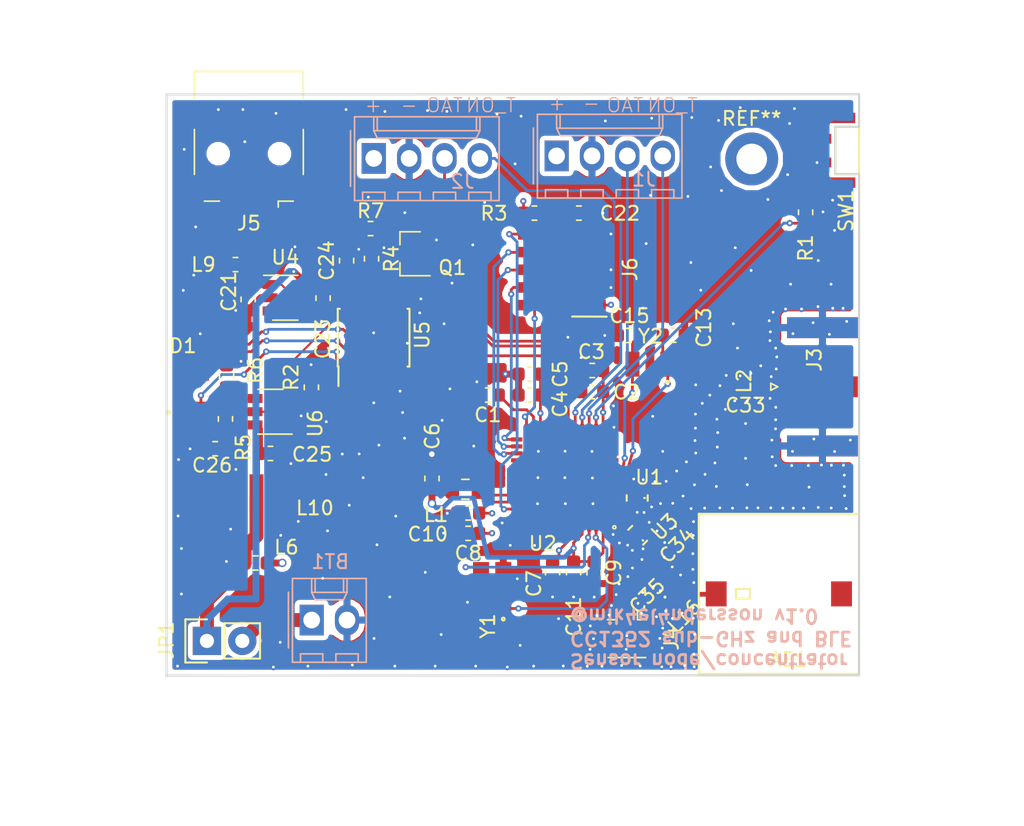
<source format=kicad_pcb>
(kicad_pcb (version 20171130) (host pcbnew "(5.0.0-3-g5ebb6b6)")
  (layers (0 F.Cu signal) (1 In1.Cu signal) (2 In2.Cu signal) (31 B.Cu signal) (34 B.Paste user) (35 F.Paste user) (36 B.SilkS user) (37 F.SilkS user) (38 B.Mask user) (39 F.Mask user) (44 Edge.Cuts user))
  (net 0 "")
  (net 1 "Net-(AE1-Pad1)")
  (net 2 "Net-(BT1-Pad1)")
  (net 3 GND)
  (net 4 /VDDS)
  (net 5 /VDDR)
  (net 6 "Net-(C13-Pad1)")
  (net 7 "Net-(C15-Pad1)")
  (net 8 "Net-(C21-Pad2)")
  (net 9 /RESET_N)
  (net 10 VCC)
  (net 11 +5V)
  (net 12 "Net-(D1-Pad3)")
  (net 13 "Net-(D1-Pad4)")
  (net 14 "Net-(D1-Pad2)")
  (net 15 /DCDC_SW)
  (net 16 "Net-(L10-Pad1)")
  (net 17 /T_ON_1)
  (net 18 /T_ON_2)
  (net 19 /JTAG_TDI)
  (net 20 /JTAG_TDO)
  (net 21 /JTAG_TCKC)
  (net 22 /JTAG_TMSC)
  (net 23 /LED_EASYSET)
  (net 24 "Net-(Q1-Pad3)")
  (net 25 /SWITCH)
  (net 26 "Net-(R1-Pad2)")
  (net 27 /PSU_ENABLE)
  (net 28 "Net-(R4-Pad2)")
  (net 29 "Net-(R5-Pad2)")
  (net 30 "Net-(C33-Pad1)")
  (net 31 "Net-(J5-Pad1)")
  (net 32 "Net-(C34-Pad1)")
  (net 33 "Net-(C1-Pad1)")
  (net 34 "Net-(C33-Pad2)")
  (net 35 "Net-(C34-Pad2)")
  (net 36 /TAO_1)
  (net 37 /TAO_2)
  (net 38 /RF_P_SUB_1_GHZ)
  (net 39 /RX_TX)
  (net 40 /RF_N_SUB_1_GHZ)
  (net 41 "Net-(U2-Pad47)")
  (net 42 "Net-(U2-Pad46)")
  (net 43 /RF_N_2_4_GHZ)
  (net 44 /RF_P_2_4_GHZ)
  (module Connector_Molex:Molex_KK-254_AE-6410-04A_1x04_P2.54mm_Vertical (layer B.Cu) (at 110.88 91.34)
    (fp_text reference J1 (at 6.26 1.68) (layer B.SilkS) (effects (justify mirror)))
    (fp_text value LMT_70_1)
    (pad 4 thru_hole oval (at 7.62 0) (size 1.74 2.2) (drill 1.2) (layers *.Cu *.Mask) (net 17 /T_ON_1))
    (pad 3 thru_hole oval (at 5.08 0) (size 1.74 2.2) (drill 1.2) (layers *.Cu *.Mask) (net 36 /TAO_1))
    (pad 2 thru_hole oval (at 2.54 0) (size 1.74 2.2) (drill 1.2) (layers *.Cu *.Mask) (net 3 GND))
    (pad 1 thru_hole rect (at 0 0) (size 1.74 2.2) (drill 1.2) (layers *.Cu *.Mask) (net 4 /VDDS))
  )
  (module cc1350:SKSLLAE010 (layer F.Cu) (at 132.6 90.96 90)
    (fp_text reference SW1 (at -4.32 -0.94 270) (layer F.SilkS))
    (fp_text value SW_Push)
    (pad 1 smd rect (at -0.85 -2.3 90) (size 0.7 0.6) (layers F.Cu F.Paste F.Mask) (net 3 GND))
    (pad "" smd rect (at 2.35 -1.2 90) (size 0.75 1.85) (layers F.Cu F.Paste F.Mask))
    (pad "" smd rect (at -2.3 -1.2 90) (size 0.75 1.86) (layers F.Cu F.Paste F.Mask))
    (pad 2 smd rect (at 0.85 -2.3 90) (size 0.7 0.6) (layers F.Cu F.Paste F.Mask) (net 26 "Net-(R1-Pad2)"))
  )
  (module Connector_Molex:Molex_KK-254_AE-6410-02A_1x02_P2.54mm_Vertical (layer B.Cu) (at 93.29 124.69)
    (fp_text reference BT1 (at 1.33 -4.19) (layer B.SilkS) (effects (justify mirror)))
    (fp_text value Battery)
    (pad 1 thru_hole rect (at 0 0) (size 1.74 2.2) (drill 1.2) (layers *.Cu *.Mask) (net 2 "Net-(BT1-Pad1)"))
    (pad 2 thru_hole oval (at 2.54 0) (size 1.74 2.2) (drill 1.2) (layers *.Cu *.Mask) (net 3 GND))
  )
  (module Inductor_SMD:L_0603_1608Metric (layer F.Cu) (at 89.27 120.59 180)
    (fp_text reference L6 (at -2.2075 1.13 180) (layer F.SilkS))
    (fp_text value BLM18HE152SN1)
    (pad 2 smd roundrect (at 0.7875 0 180) (size 0.875 0.95) (layers F.Cu F.Paste F.Mask) (net 10 VCC))
    (pad 1 smd roundrect (at -0.7875 0 180) (size 0.875 0.95) (layers F.Cu F.Paste F.Mask) (net 4 /VDDS))
  )
  (module Pin_Headers:Pin_Header_Straight_1x02 (layer F.Cu) (at 85.77 126.19 90)
    (fp_text reference JP1 (at 0.05 -2.91 90) (layer F.SilkS))
    (fp_text value Jumper_NC)
    (pad 1 thru_hole rect (at 0 0 90) (size 2.032 2.032) (drill 1.016) (layers *.Cu *.Mask) (net 10 VCC))
    (pad 2 thru_hole oval (at 0 2.54 90) (size 2.032 2.032) (drill 1.016) (layers *.Cu *.Mask) (net 2 "Net-(BT1-Pad1)"))
  )
  (module cc1350:VLS3015E (layer F.Cu) (at 90.33 115.72 180)
    (fp_text reference L10 (at -3.19 -0.92 180) (layer F.SilkS))
    (fp_text value 4.7uH)
    (pad 2 smd rect (at 1 0 180) (size 1 3) (layers F.Cu F.Paste F.Mask) (net 10 VCC))
    (pad 1 smd rect (at -1 0 180) (size 1 3) (layers F.Cu F.Paste F.Mask) (net 16 "Net-(L10-Pad1)"))
  )
  (module TO_SOT_Packages_SMD:SOT-23 (layer F.Cu) (at 100.39 98.37 180)
    (fp_text reference Q1 (at -3 -1 180) (layer F.SilkS))
    (fp_text value 2N7002)
    (pad 1 smd rect (at -1 -0.95 180) (size 0.9 0.8) (layers F.Cu F.Paste F.Mask) (net 23 /LED_EASYSET))
    (pad 2 smd rect (at -1 0.95 180) (size 0.9 0.8) (layers F.Cu F.Paste F.Mask) (net 3 GND))
    (pad 3 smd rect (at 1 0 180) (size 0.9 0.8) (layers F.Cu F.Paste F.Mask) (net 24 "Net-(Q1-Pad3)"))
  )
  (module TO_SOT_Packages_SMD:SOT-23-5 (layer F.Cu) (at 91.4 101.53)
    (fp_text reference U4 (at 0 -2.9) (layer F.SilkS))
    (fp_text value TLV713)
    (pad 1 smd rect (at -1.1 -0.95) (size 1.06 0.65) (layers F.Cu F.Paste F.Mask) (net 8 "Net-(C21-Pad2)"))
    (pad 2 smd rect (at -1.1 0) (size 1.06 0.65) (layers F.Cu F.Paste F.Mask) (net 3 GND))
    (pad 3 smd rect (at -1.1 0.95) (size 1.06 0.65) (layers F.Cu F.Paste F.Mask) (net 8 "Net-(C21-Pad2)"))
    (pad 4 smd rect (at 1.1 0.95) (size 1.06 0.65) (layers F.Cu F.Paste F.Mask))
    (pad 5 smd rect (at 1.1 -0.95) (size 1.06 0.65) (layers F.Cu F.Paste F.Mask) (net 10 VCC))
  )
  (module Housings_SOIC:SOIC-8_3.9x4.9mm_Pitch1.27mm (layer F.Cu) (at 97.74 104.4 90)
    (fp_text reference U5 (at 0.19 3.49 90) (layer F.SilkS))
    (fp_text value TLC5973)
    (pad 1 smd rect (at -2.7 -1.905 90) (size 1.55 0.6) (layers F.Cu F.Paste F.Mask) (net 13 "Net-(D1-Pad4)"))
    (pad 2 smd rect (at -2.7 -0.635 90) (size 1.55 0.6) (layers F.Cu F.Paste F.Mask) (net 12 "Net-(D1-Pad3)"))
    (pad 3 smd rect (at -2.7 0.635 90) (size 1.55 0.6) (layers F.Cu F.Paste F.Mask) (net 14 "Net-(D1-Pad2)"))
    (pad 4 smd rect (at -2.7 1.905 90) (size 1.55 0.6) (layers F.Cu F.Paste F.Mask) (net 3 GND))
    (pad 5 smd rect (at 2.7 1.905 90) (size 1.55 0.6) (layers F.Cu F.Paste F.Mask))
    (pad 6 smd rect (at 2.7 0.635 90) (size 1.55 0.6) (layers F.Cu F.Paste F.Mask) (net 24 "Net-(Q1-Pad3)"))
    (pad 7 smd rect (at 2.7 -0.635 90) (size 1.55 0.6) (layers F.Cu F.Paste F.Mask) (net 28 "Net-(R4-Pad2)"))
    (pad 8 smd rect (at 2.7 -1.905 90) (size 1.55 0.6) (layers F.Cu F.Paste F.Mask) (net 11 +5V))
  )
  (module TO_SOT_Packages_SMD:SOT-23-6 (layer F.Cu) (at 90.33 109.72 180)
    (fp_text reference U6 (at -3.21 -0.84 270) (layer F.SilkS))
    (fp_text value MCP16251)
    (pad 1 smd rect (at -1.1 -0.95 180) (size 1.06 0.65) (layers F.Cu F.Paste F.Mask) (net 16 "Net-(L10-Pad1)"))
    (pad 2 smd rect (at -1.1 0 180) (size 1.06 0.65) (layers F.Cu F.Paste F.Mask) (net 3 GND))
    (pad 3 smd rect (at -1.1 0.95 180) (size 1.06 0.65) (layers F.Cu F.Paste F.Mask) (net 27 /PSU_ENABLE))
    (pad 4 smd rect (at 1.1 0.95 180) (size 1.06 0.65) (layers F.Cu F.Paste F.Mask) (net 29 "Net-(R5-Pad2)"))
    (pad 6 smd rect (at 1.1 -0.95 180) (size 1.06 0.65) (layers F.Cu F.Paste F.Mask) (net 10 VCC))
    (pad 5 smd rect (at 1.1 0 180) (size 1.06 0.65) (layers F.Cu F.Paste F.Mask) (net 11 +5V))
  )
  (module cc1350:TSX-3225 (layer F.Cu) (at 106.25 122.32 90)
    (fp_text reference Y1 (at -2.8 -0.31 90) (layer F.SilkS))
    (fp_text value Crystal_GND24)
    (pad 4 smd rect (at -1.1 -0.8 90) (size 1.4 1.15) (layers F.Cu F.Paste F.Mask) (net 3 GND))
    (pad 3 smd rect (at 1.1 -0.8 90) (size 1.4 1.15) (layers F.Cu F.Paste F.Mask) (net 42 "Net-(U2-Pad46)"))
    (pad 1 smd rect (at -1.1 0.8 90) (size 1.4 1.15) (layers F.Cu F.Paste F.Mask) (net 41 "Net-(U2-Pad47)"))
    (pad 2 smd rect (at 1.1 0.8 90) (size 1.4 1.15) (layers F.Cu F.Paste F.Mask) (net 3 GND))
  )
  (module cc1350:FC-135 (layer F.Cu) (at 117.628709 106.29948 180)
    (fp_text reference Y2 (at 0 2 180) (layer F.SilkS))
    (fp_text value 32.768kHz)
    (pad 2 smd rect (at 1.3 0 180) (size 1 1.8) (layers F.Cu F.Paste F.Mask) (net 7 "Net-(C15-Pad1)"))
    (pad 1 smd rect (at -1.2 0 180) (size 1 1.8) (layers F.Cu F.Paste F.Mask) (net 6 "Net-(C13-Pad1)"))
  )
  (module cc1350:2450AT45A100 (layer F.Cu) (at 121.09 117.06)
    (fp_text reference AE1 (at 6.45 10.48) (layer F.SilkS))
    (fp_text value Antenna)
    (pad 1 smd rect (at 1.25 5.75) (size 1.5 1.8) (layers F.Cu F.Paste F.Mask) (net 1 "Net-(AE1-Pad1)"))
    (pad "" smd rect (at 10.25 5.75) (size 1.5 1.8) (layers F.Cu F.Paste F.Mask))
  )
  (module cc1350:ASMB-MTB0-0A3A2 (layer F.Cu) (at 83.86 106.75)
    (fp_text reference D1 (at 0.19 -1.76) (layer F.SilkS))
    (fp_text value ASMB-MTB0-0A3A2)
    (pad 2 smd rect (at 0 0) (size 1.1 1.5) (layers F.Cu F.Paste F.Mask) (net 14 "Net-(D1-Pad2)"))
    (pad 3 smd rect (at 1.5 0) (size 1.1 1.5) (layers F.Cu F.Paste F.Mask) (net 12 "Net-(D1-Pad3)"))
    (pad 1 smd rect (at 0 3) (size 1.1 1.5) (layers F.Cu F.Paste F.Mask) (net 11 +5V))
    (pad 4 smd rect (at 1.5 3) (size 1.1 1.5) (layers F.Cu F.Paste F.Mask) (net 13 "Net-(D1-Pad4)"))
  )
  (module Capacitor_SMD:C_0603_1608Metric (layer F.Cu) (at 105.94 108.52 180)
    (fp_text reference C1 (at 0 -1.43 180) (layer F.SilkS))
    (fp_text value 1uF)
    (pad 2 smd roundrect (at 0.7875 0 180) (size 0.875 0.95) (layers F.Cu F.Paste F.Mask) (net 3 GND))
    (pad 1 smd roundrect (at -0.7875 0 180) (size 0.875 0.95) (layers F.Cu F.Paste F.Mask) (net 33 "Net-(C1-Pad1)"))
  )
  (module Capacitor_SMD:C_0603_1608Metric (layer F.Cu) (at 113.44 108.28 180)
    (fp_text reference C2 (at -2.47 -0.04) (layer F.SilkS))
    (fp_text value 12pF)
    (pad 1 smd roundrect (at -0.7875 0 180) (size 0.875 0.95) (layers F.Cu F.Paste F.Mask) (net 4 /VDDS))
    (pad 2 smd roundrect (at 0.7875 0 180) (size 0.875 0.95) (layers F.Cu F.Paste F.Mask) (net 3 GND))
  )
  (module Capacitor_SMD:C_0603_1608Metric (layer F.Cu) (at 113.4375 106.76 180)
    (fp_text reference C3 (at 0.0575 1.35 180) (layer F.SilkS))
    (fp_text value 0.1uF)
    (pad 2 smd roundrect (at 0.7875 0 180) (size 0.875 0.95) (layers F.Cu F.Paste F.Mask) (net 3 GND))
    (pad 1 smd roundrect (at -0.7875 0 180) (size 0.875 0.95) (layers F.Cu F.Paste F.Mask) (net 4 /VDDS))
  )
  (module Capacitor_SMD:C_0603_1608Metric (layer F.Cu) (at 101.93 114.52 90)
    (fp_text reference C6 (at 3.04 0.02 90) (layer F.SilkS))
    (fp_text value 22uF)
    (pad 1 smd roundrect (at -0.7875 0 90) (size 0.875 0.95) (layers F.Cu F.Paste F.Mask) (net 5 /VDDR))
    (pad 2 smd roundrect (at 0.7875 0 90) (size 0.875 0.95) (layers F.Cu F.Paste F.Mask) (net 3 GND))
  )
  (module Capacitor_SMD:C_0603_1608Metric (layer F.Cu) (at 119.29 104.22)
    (fp_text reference C13 (at 2.164992 -0.538628 90) (layer F.SilkS))
    (fp_text value 12pF)
    (pad 1 smd roundrect (at -0.7875 0) (size 0.875 0.95) (layers F.Cu F.Paste F.Mask) (net 6 "Net-(C13-Pad1)"))
    (pad 2 smd roundrect (at 0.7875 0) (size 0.875 0.95) (layers F.Cu F.Paste F.Mask) (net 3 GND))
  )
  (module Capacitor_SMD:C_0603_1608Metric (layer F.Cu) (at 116.07 104.24 180)
    (fp_text reference C15 (at -0.04 1.41 180) (layer F.SilkS))
    (fp_text value 12pF)
    (pad 1 smd roundrect (at -0.7875 0 180) (size 0.875 0.95) (layers F.Cu F.Paste F.Mask) (net 7 "Net-(C15-Pad1)"))
    (pad 2 smd roundrect (at 0.7875 0 180) (size 0.875 0.95) (layers F.Cu F.Paste F.Mask) (net 3 GND))
  )
  (module Capacitor_SMD:C_0603_1608Metric (layer F.Cu) (at 88.73 101.65 90)
    (fp_text reference C21 (at 0.56 -1.39 90) (layer F.SilkS))
    (fp_text value 1uF)
    (pad 1 smd roundrect (at -0.7875 0 90) (size 0.875 0.95) (layers F.Cu F.Paste F.Mask) (net 3 GND))
    (pad 2 smd roundrect (at 0.7875 0 90) (size 0.875 0.95) (layers F.Cu F.Paste F.Mask) (net 8 "Net-(C21-Pad2)"))
  )
  (module Capacitor_SMD:C_0603_1608Metric (layer F.Cu) (at 112.48 95.45)
    (fp_text reference C22 (at 2.9425 0.02) (layer F.SilkS))
    (fp_text value 100nF)
    (pad 2 smd roundrect (at 0.7875 0) (size 0.875 0.95) (layers F.Cu F.Paste F.Mask) (net 3 GND))
    (pad 1 smd roundrect (at -0.7875 0) (size 0.875 0.95) (layers F.Cu F.Paste F.Mask) (net 9 /RESET_N))
  )
  (module Capacitor_SMD:C_0603_1608Metric (layer F.Cu) (at 94.11 101.56 90)
    (fp_text reference C23 (at -2.93 -0.02 90) (layer F.SilkS))
    (fp_text value 100nF)
    (pad 2 smd roundrect (at 0.7875 0 90) (size 0.875 0.95) (layers F.Cu F.Paste F.Mask) (net 10 VCC))
    (pad 1 smd roundrect (at -0.7875 0 90) (size 0.875 0.95) (layers F.Cu F.Paste F.Mask) (net 3 GND))
  )
  (module Capacitor_SMD:C_0603_1608Metric (layer F.Cu) (at 95.8 98.86 90)
    (fp_text reference C24 (at 0 -1.43 90) (layer F.SilkS))
    (fp_text value 100nF)
    (pad 1 smd roundrect (at -0.7875 0 90) (size 0.875 0.95) (layers F.Cu F.Paste F.Mask) (net 11 +5V))
    (pad 2 smd roundrect (at 0.7875 0 90) (size 0.875 0.95) (layers F.Cu F.Paste F.Mask) (net 3 GND))
  )
  (module Capacitor_SMD:C_0603_1608Metric (layer F.Cu) (at 90.33 112.72)
    (fp_text reference C25 (at 2.99 0.07) (layer F.SilkS))
    (fp_text value 4.7uF)
    (pad 1 smd roundrect (at -0.7875 0) (size 0.875 0.95) (layers F.Cu F.Paste F.Mask) (net 10 VCC))
    (pad 2 smd roundrect (at 0.7875 0) (size 0.875 0.95) (layers F.Cu F.Paste F.Mask) (net 3 GND))
  )
  (module Capacitor_SMD:C_0603_1608Metric (layer F.Cu) (at 86.36 112.38 180)
    (fp_text reference C26 (at 0.22 -1.19 180) (layer F.SilkS))
    (fp_text value 10uF)
    (pad 2 smd roundrect (at 0.7875 0 180) (size 0.875 0.95) (layers F.Cu F.Paste F.Mask) (net 3 GND))
    (pad 1 smd roundrect (at -0.7875 0 180) (size 0.875 0.95) (layers F.Cu F.Paste F.Mask) (net 11 +5V))
  )
  (module Connector_Molex:Molex_KK-254_AE-6410-04A_1x04_P2.54mm_Vertical (layer B.Cu) (at 97.75 91.52)
    (fp_text reference J2 (at 6.37 1.66) (layer B.SilkS) (effects (justify mirror)))
    (fp_text value LMT_70_2)
    (pad 1 thru_hole rect (at 0 0) (size 1.74 2.2) (drill 1.2) (layers *.Cu *.Mask) (net 4 /VDDS))
    (pad 2 thru_hole oval (at 2.54 0) (size 1.74 2.2) (drill 1.2) (layers *.Cu *.Mask) (net 3 GND))
    (pad 3 thru_hole oval (at 5.08 0) (size 1.74 2.2) (drill 1.2) (layers *.Cu *.Mask) (net 37 /TAO_2))
    (pad 4 thru_hole oval (at 7.62 0) (size 1.74 2.2) (drill 1.2) (layers *.Cu *.Mask) (net 18 /T_ON_2))
  )
  (module Connector_Coaxial:SMA_Amphenol_132289_EdgeMount (layer F.Cu) (at 129.97 107.93)
    (fp_text reference J3 (at -0.58 -1.94 -270) (layer F.SilkS))
    (fp_text value SMA)
    (pad 2 smd rect (at 0 4.25 90) (size 1.5 5.08) (layers B.Cu B.Paste B.Mask) (net 3 GND))
    (pad 2 smd rect (at 0 -4.25 90) (size 1.5 5.08) (layers B.Cu B.Paste B.Mask) (net 3 GND))
    (pad 2 smd rect (at 0 4.25 90) (size 1.5 5.08) (layers F.Cu F.Paste F.Mask) (net 3 GND))
    (pad 2 smd rect (at 0 -4.25 90) (size 1.5 5.08) (layers F.Cu F.Paste F.Mask) (net 3 GND))
    (pad 1 smd rect (at 0 0 90) (size 1.5 5.08) (layers F.Cu F.Paste F.Mask) (net 30 "Net-(C33-Pad1)"))
  )
  (module Connector_USB:USB_Mini-B_Lumberg_2486_01_Horizontal (layer F.Cu) (at 88.78 91.18 180)
    (fp_text reference J5 (at 0 -5 180) (layer F.SilkS))
    (fp_text value USB_B_Micro)
    (pad 1 smd rect (at -1.6 -2.7 180) (size 0.5 2) (layers F.Cu F.Paste F.Mask) (net 31 "Net-(J5-Pad1)"))
    (pad 2 smd rect (at -0.8 -2.7 180) (size 0.5 2) (layers F.Cu F.Paste F.Mask))
    (pad 3 smd rect (at 0 -2.7 180) (size 0.5 2) (layers F.Cu F.Paste F.Mask))
    (pad 4 smd rect (at 0.8 -2.7 180) (size 0.5 2) (layers F.Cu F.Paste F.Mask))
    (pad 5 smd rect (at 1.6 -2.7 180) (size 0.5 2) (layers F.Cu F.Paste F.Mask) (net 3 GND))
    (pad 6 smd rect (at -4.45 -2.6 180) (size 2 1.7) (layers F.Cu F.Paste F.Mask) (net 3 GND))
    (pad 6 smd rect (at -4.45 2.85 180) (size 2 1.7) (layers F.Cu F.Paste F.Mask) (net 3 GND))
    (pad 6 smd rect (at 4.45 -2.6 180) (size 2 1.7) (layers F.Cu F.Paste F.Mask) (net 3 GND))
    (pad 6 smd rect (at 4.45 2.85 180) (size 2 1.7) (layers F.Cu F.Paste F.Mask) (net 3 GND))
    (pad "" np_thru_hole circle (at -2.2 0 180) (size 1 1) (drill 1) (layers *.Cu *.Mask))
    (pad "" np_thru_hole circle (at 2.2 0 180) (size 1 1) (drill 1) (layers *.Cu *.Mask))
  )
  (module cc1350:Pin_Header_Straight_SMT_02x05_1_27mm (layer F.Cu) (at 111.16 99.48 90)
    (fp_text reference J6 (at 0 5 90) (layer F.SilkS))
    (fp_text value Conn_02x05_Odd_Even)
    (pad 1 smd rect (at -2.58 2.05 90) (size 0.76 2.4) (layers F.Cu F.Paste F.Mask) (net 4 /VDDS))
    (pad 3 smd rect (at -1.31 2.05 90) (size 0.76 2.4) (layers F.Cu F.Paste F.Mask) (net 3 GND))
    (pad 5 smd rect (at -0.04 2.05 90) (size 0.76 2.4) (layers F.Cu F.Paste F.Mask) (net 3 GND))
    (pad 7 smd rect (at 1.23 2.05 90) (size 0.76 2.4) (layers F.Cu F.Paste F.Mask))
    (pad 8 smd rect (at 1.23 -1.85 90) (size 0.76 2.4) (layers F.Cu F.Paste F.Mask) (net 19 /JTAG_TDI))
    (pad 6 smd rect (at -0.04 -1.85 90) (size 0.76 2.4) (layers F.Cu F.Paste F.Mask) (net 20 /JTAG_TDO))
    (pad 4 smd rect (at -1.31 -1.85 90) (size 0.76 2.4) (layers F.Cu F.Paste F.Mask) (net 21 /JTAG_TCKC))
    (pad 2 smd rect (at -2.58 -1.85 90) (size 0.76 2.4) (layers F.Cu F.Paste F.Mask) (net 22 /JTAG_TMSC))
    (pad 9 smd rect (at 2.5 2.05 90) (size 0.76 2.4) (layers F.Cu F.Paste F.Mask) (net 3 GND))
    (pad 10 smd rect (at 2.5 -1.85 90) (size 0.76 2.4) (layers F.Cu F.Paste F.Mask) (net 9 /RESET_N))
  )
  (module Inductor_SMD:L_0603_1608Metric (layer F.Cu) (at 87.82 99.15 180)
    (fp_text reference L9 (at 2.3 0 180) (layer F.SilkS))
    (fp_text value BLM18HE152SN1)
    (pad 1 smd roundrect (at -0.7875 0 180) (size 0.875 0.95) (layers F.Cu F.Paste F.Mask) (net 8 "Net-(C21-Pad2)"))
    (pad 2 smd roundrect (at 0.7875 0 180) (size 0.875 0.95) (layers F.Cu F.Paste F.Mask) (net 31 "Net-(J5-Pad1)"))
  )
  (module Resistor_SMD:R_0603_1608Metric (layer F.Cu) (at 128.76 95.39 90)
    (fp_text reference R1 (at -2.57 0 90) (layer F.SilkS))
    (fp_text value 100)
    (pad 2 smd roundrect (at 0.7875 0 90) (size 0.875 0.95) (layers F.Cu F.Paste F.Mask) (net 26 "Net-(R1-Pad2)"))
    (pad 1 smd roundrect (at -0.7875 0 90) (size 0.875 0.95) (layers F.Cu F.Paste F.Mask) (net 25 /SWITCH))
  )
  (module Resistor_SMD:R_0603_1608Metric (layer F.Cu) (at 93.27 107.97 90)
    (fp_text reference R2 (at 0.72 -1.45 90) (layer F.SilkS))
    (fp_text value 10K)
    (pad 1 smd roundrect (at -0.7875 0 90) (size 0.875 0.95) (layers F.Cu F.Paste F.Mask) (net 27 /PSU_ENABLE))
    (pad 2 smd roundrect (at 0.7875 0 90) (size 0.875 0.95) (layers F.Cu F.Paste F.Mask) (net 3 GND))
  )
  (module Resistor_SMD:R_0603_1608Metric (layer F.Cu) (at 109.29 95.45)
    (fp_text reference R3 (at -2.9025 0.02) (layer F.SilkS))
    (fp_text value 100K)
    (pad 1 smd roundrect (at -0.7875 0) (size 0.875 0.95) (layers F.Cu F.Paste F.Mask) (net 4 /VDDS))
    (pad 2 smd roundrect (at 0.7875 0) (size 0.875 0.95) (layers F.Cu F.Paste F.Mask) (net 9 /RESET_N))
  )
  (module Resistor_SMD:R_0603_1608Metric (layer F.Cu) (at 97.59 98.73 270)
    (fp_text reference R4 (at 0 -1.43 270) (layer F.SilkS))
    (fp_text value 1.5K)
    (pad 2 smd roundrect (at 0.7875 0 270) (size 0.875 0.95) (layers F.Cu F.Paste F.Mask) (net 28 "Net-(R4-Pad2)"))
    (pad 1 smd roundrect (at -0.7875 0 270) (size 0.875 0.95) (layers F.Cu F.Paste F.Mask) (net 3 GND))
  )
  (module Resistor_SMD:R_0603_1608Metric (layer F.Cu) (at 87.1 110.2375 90)
    (fp_text reference R5 (at -2.0625 1.27 90) (layer F.SilkS))
    (fp_text value 3.09M)
    (pad 2 smd roundrect (at 0.7875 0 90) (size 0.875 0.95) (layers F.Cu F.Paste F.Mask) (net 29 "Net-(R5-Pad2)"))
    (pad 1 smd roundrect (at -0.7875 0 90) (size 0.875 0.95) (layers F.Cu F.Paste F.Mask) (net 11 +5V))
  )
  (module Resistor_SMD:R_0603_1608Metric (layer F.Cu) (at 87.18 107.18 90)
    (fp_text reference R6 (at 0.43 2.07 90) (layer F.SilkS))
    (fp_text value 1M)
    (pad 1 smd roundrect (at -0.7875 0 90) (size 0.875 0.95) (layers F.Cu F.Paste F.Mask) (net 29 "Net-(R5-Pad2)"))
    (pad 2 smd roundrect (at 0.7875 0 90) (size 0.875 0.95) (layers F.Cu F.Paste F.Mask) (net 3 GND))
  )
  (module Resistor_SMD:R_0603_1608Metric (layer F.Cu) (at 97.52 96.56)
    (fp_text reference R7 (at 0 -1.27) (layer F.SilkS))
    (fp_text value 10K)
    (pad 1 smd roundrect (at -0.7875 0) (size 0.875 0.95) (layers F.Cu F.Paste F.Mask) (net 11 +5V))
    (pad 2 smd roundrect (at 0.7875 0) (size 0.875 0.95) (layers F.Cu F.Paste F.Mask) (net 24 "Net-(Q1-Pad3)"))
  )
  (module Capacitor_SMD:C_0603_1608Metric (layer F.Cu) (at 108.9375 108.52 180)
    (fp_text reference C4 (at -2.1925 -0.65 270) (layer F.SilkS))
    (fp_text value 12pF)
    (pad 2 smd roundrect (at 0.7875 0 180) (size 0.875 0.95) (layers F.Cu F.Paste F.Mask) (net 3 GND))
    (pad 1 smd roundrect (at -0.7875 0 180) (size 0.875 0.95) (layers F.Cu F.Paste F.Mask) (net 4 /VDDS))
  )
  (module Capacitor_SMD:C_0603_1608Metric (layer F.Cu) (at 108.9375 107.02 180)
    (fp_text reference C5 (at -2.2025 0 270) (layer F.SilkS))
    (fp_text value 0.1uF)
    (pad 1 smd roundrect (at -0.7875 0 180) (size 0.875 0.95) (layers F.Cu F.Paste F.Mask) (net 4 /VDDS))
    (pad 2 smd roundrect (at 0.7875 0 180) (size 0.875 0.95) (layers F.Cu F.Paste F.Mask) (net 3 GND))
  )
  (module Capacitor_SMD:C_0603_1608Metric (layer F.Cu) (at 110.59 121.27 270)
    (fp_text reference C7 (at 0.8 1.34 270) (layer F.SilkS))
    (fp_text value 0.1uF)
    (pad 2 smd roundrect (at 0.7875 0 270) (size 0.875 0.95) (layers F.Cu F.Paste F.Mask) (net 3 GND))
    (pad 1 smd roundrect (at -0.7875 0 270) (size 0.875 0.95) (layers F.Cu F.Paste F.Mask) (net 4 /VDDS))
  )
  (module Capacitor_SMD:C_0603_1608Metric (layer F.Cu) (at 104.53 118.46 180)
    (fp_text reference C8 (at 0 -1.43 180) (layer F.SilkS))
    (fp_text value 22uF)
    (pad 2 smd roundrect (at 0.7875 0 180) (size 0.875 0.95) (layers F.Cu F.Paste F.Mask) (net 3 GND))
    (pad 1 smd roundrect (at -0.7875 0 180) (size 0.875 0.95) (layers F.Cu F.Paste F.Mask) (net 4 /VDDS))
  )
  (module Capacitor_SMD:C_0603_1608Metric (layer F.Cu) (at 113.57 121.28 270)
    (fp_text reference C9 (at 0 -1.43 270) (layer F.SilkS))
    (fp_text value 0.1uF)
    (pad 2 smd roundrect (at 0.7875 0 270) (size 0.875 0.95) (layers F.Cu F.Paste F.Mask) (net 3 GND))
    (pad 1 smd roundrect (at -0.7875 0 270) (size 0.875 0.95) (layers F.Cu F.Paste F.Mask) (net 5 /VDDR))
  )
  (module Capacitor_SMD:C_0603_1608Metric (layer F.Cu) (at 104.53 117 180)
    (fp_text reference C10 (at 2.9 -1.52 180) (layer F.SilkS))
    (fp_text value 0.1uF)
    (pad 1 smd roundrect (at -0.7875 0 180) (size 0.875 0.95) (layers F.Cu F.Paste F.Mask) (net 4 /VDDS))
    (pad 2 smd roundrect (at 0.7875 0 180) (size 0.875 0.95) (layers F.Cu F.Paste F.Mask) (net 3 GND))
  )
  (module Capacitor_SMD:C_0603_1608Metric (layer F.Cu) (at 112.1 121.27 270)
    (fp_text reference C11 (at 3.17 -0.01 270) (layer F.SilkS))
    (fp_text value 0.1uF)
    (pad 1 smd roundrect (at -0.7875 0 270) (size 0.875 0.95) (layers F.Cu F.Paste F.Mask) (net 5 /VDDR))
    (pad 2 smd roundrect (at 0.7875 0 270) (size 0.875 0.95) (layers F.Cu F.Paste F.Mask) (net 3 GND))
  )
  (module Capacitor_SMD:C_0402_1005Metric (layer F.Cu) (at 124.07 107.99 180)
    (fp_text reference C33 (at -0.37 -1.27 180) (layer F.SilkS))
    (fp_text value 100pF)
    (pad 1 smd roundrect (at -0.485 0 180) (size 0.59 0.64) (layers F.Cu F.Paste F.Mask) (net 30 "Net-(C33-Pad1)"))
    (pad 2 smd roundrect (at 0.485 0 180) (size 0.59 0.64) (layers F.Cu F.Paste F.Mask) (net 34 "Net-(C33-Pad2)"))
  )
  (module Capacitor_SMD:C_0402_1005Metric (layer F.Cu) (at 117.537053 121.11 45)
    (fp_text reference C34 (at 2.674947 0.157647 45) (layer F.SilkS))
    (fp_text value DNM)
    (pad 1 smd roundrect (at -0.485 0 45) (size 0.59 0.64) (layers F.Cu F.Paste F.Mask) (net 32 "Net-(C34-Pad1)"))
    (pad 2 smd roundrect (at 0.485 0 45) (size 0.59 0.64) (layers F.Cu F.Paste F.Mask) (net 35 "Net-(C34-Pad2)"))
  )
  (module Capacitor_SMD:C_0402_1005Metric (layer F.Cu) (at 118.86 121.83 135)
    (fp_text reference C35 (at 0.233345 -1.859691 225) (layer F.SilkS))
    (fp_text value 100pF)
    (pad 2 smd roundrect (at 0.485 0 135) (size 0.59 0.64) (layers F.Cu F.Paste F.Mask) (net 35 "Net-(C34-Pad2)"))
    (pad 1 smd roundrect (at -0.485 0 135) (size 0.59 0.64) (layers F.Cu F.Paste F.Mask) (net 1 "Net-(AE1-Pad1)"))
  )
  (module cc1350:U.FL_Hirose_U.FL-R-SMT-1_Vertical (layer F.Cu) (at 115.93 125.55 270)
    (fp_text reference J4 (at 0.475 -3.2 270) (layer F.SilkS))
    (fp_text value U.FL)
    (pad 2 smd rect (at 0.475 1.475 270) (size 2.2 1.05) (layers F.Cu F.Paste F.Mask) (net 3 GND))
    (pad 1 smd rect (at -1.05 0 270) (size 1.05 1) (layers F.Cu F.Paste F.Mask) (net 32 "Net-(C34-Pad1)"))
    (pad 2 smd rect (at 0.475 -1.475 270) (size 2.2 1.05) (layers F.Cu F.Paste F.Mask) (net 3 GND))
  )
  (module Inductor_SMD:L_0805_2012Metric (layer F.Cu) (at 104.33 115.29 180)
    (fp_text reference L1 (at 2.11 -1.83 180) (layer F.SilkS))
    (fp_text value 6.8uH)
    (pad 1 smd roundrect (at -0.9375 0 180) (size 0.975 1.4) (layers F.Cu F.Paste F.Mask) (net 15 /DCDC_SW))
    (pad 2 smd roundrect (at 0.9375 0 180) (size 0.975 1.4) (layers F.Cu F.Paste F.Mask) (net 5 /VDDR))
  )
  (module Inductor_SMD:L_0402_1005Metric (layer F.Cu) (at 119.57 123.18 225)
    (fp_text reference L16 (at 0.53033 -1.237437 225) (layer F.SilkS))
    (fp_text value DNM)
    (pad 1 smd roundrect (at -0.485 0 225) (size 0.59 0.64) (layers F.Cu F.Paste F.Mask) (net 1 "Net-(AE1-Pad1)"))
    (pad 2 smd roundrect (at 0.485 0 225) (size 0.59 0.64) (layers F.Cu F.Paste F.Mask) (net 3 GND))
  )
  (module cc1352:0850BM14E0016 (layer F.Cu) (at 116.66 115.92)
    (fp_text reference U1 (at 0.87 -1.49) (layer F.SilkS))
    (fp_text value 0850BM14E0016T)
    (pad 6 smd rect (at 0.5 0.42) (size 0.25 0.45) (layers F.Cu F.Paste F.Mask) (net 3 GND))
    (pad 5 smd rect (at 0 0.42) (size 0.25 0.45) (layers F.Cu F.Paste F.Mask) (net 3 GND))
    (pad 4 smd rect (at -0.5 0.42) (size 0.25 0.45) (layers F.Cu F.Paste F.Mask) (net 38 /RF_P_SUB_1_GHZ))
    (pad 1 smd rect (at 0.5 -0.42) (size 0.25 0.45) (layers F.Cu F.Paste F.Mask) (net 34 "Net-(C33-Pad2)"))
    (pad 2 smd rect (at 0 -0.42) (size 0.25 0.45) (layers F.Cu F.Paste F.Mask) (net 39 /RX_TX))
    (pad 3 smd rect (at -0.5 -0.42) (size 0.25 0.45) (layers F.Cu F.Paste F.Mask) (net 40 /RF_N_SUB_1_GHZ))
  )
  (module cc1352:0850BM14E0016 (layer F.Cu) (at 116.7 118.59 315)
    (fp_text reference U3 (at 0.961665 -1.781909 45) (layer F.SilkS))
    (fp_text value 2450BM14G0011T)
    (pad 3 smd rect (at -0.5 -0.42 315) (size 0.25 0.45) (layers F.Cu F.Paste F.Mask) (net 43 /RF_N_2_4_GHZ))
    (pad 2 smd rect (at 0 -0.42 315) (size 0.25 0.45) (layers F.Cu F.Paste F.Mask))
    (pad 1 smd rect (at 0.5 -0.42 315) (size 0.25 0.45) (layers F.Cu F.Paste F.Mask) (net 35 "Net-(C34-Pad2)"))
    (pad 4 smd rect (at -0.5 0.42 315) (size 0.25 0.45) (layers F.Cu F.Paste F.Mask) (net 44 /RF_P_2_4_GHZ))
    (pad 5 smd rect (at 0 0.42 315) (size 0.25 0.45) (layers F.Cu F.Paste F.Mask) (net 3 GND))
    (pad 6 smd rect (at 0.5 0.42 315) (size 0.25 0.45) (layers F.Cu F.Paste F.Mask) (net 3 GND))
  )
  (module cc1352:CC1352R1F3RGZR (layer F.Cu) (at 111.17 114.51 180)
    (fp_text reference U2 (at 1.29 -4.68 180) (layer F.SilkS))
    (fp_text value CC1352R1F3RGZR)
    (pad 48 smd rect (at -3.047253 -3.40336 180) (size 0.3 0.81) (layers F.Cu F.Paste F.Mask) (net 5 /VDDR))
    (pad 47 smd rect (at -2.547253 -3.40336 180) (size 0.3 0.81) (layers F.Cu F.Paste F.Mask) (net 41 "Net-(U2-Pad47)"))
    (pad 46 smd rect (at -2.047253 -3.40336 180) (size 0.3 0.81) (layers F.Cu F.Paste F.Mask) (net 42 "Net-(U2-Pad46)"))
    (pad 45 smd rect (at -1.547253 -3.40336 180) (size 0.3 0.81) (layers F.Cu F.Paste F.Mask) (net 5 /VDDR))
    (pad 44 smd rect (at -1.047253 -3.40336 180) (size 0.3 0.81) (layers F.Cu F.Paste F.Mask) (net 4 /VDDS))
    (pad 43 smd rect (at -0.547253 -3.40336 180) (size 0.3 0.81) (layers F.Cu F.Paste F.Mask))
    (pad 42 smd rect (at -0.047253 -3.40336 180) (size 0.3 0.81) (layers F.Cu F.Paste F.Mask))
    (pad 41 smd rect (at 0.452747 -3.40336 180) (size 0.3 0.81) (layers F.Cu F.Paste F.Mask))
    (pad 40 smd rect (at 0.952747 -3.40336 180) (size 0.3 0.81) (layers F.Cu F.Paste F.Mask))
    (pad 39 smd rect (at 1.452747 -3.40336 180) (size 0.3 0.81) (layers F.Cu F.Paste F.Mask))
    (pad 38 smd rect (at 1.952747 -3.40336 180) (size 0.3 0.81) (layers F.Cu F.Paste F.Mask))
    (pad 24 smd rect (at 2.452747 3.49664 180) (size 0.3 0.81) (layers F.Cu F.Paste F.Mask) (net 22 /JTAG_TMSC))
    (pad 23 smd rect (at 1.952747 3.49664 180) (size 0.3 0.81) (layers F.Cu F.Paste F.Mask) (net 33 "Net-(C1-Pad1)"))
    (pad 22 smd rect (at 1.452747 3.49664 180) (size 0.3 0.81) (layers F.Cu F.Paste F.Mask) (net 4 /VDDS))
    (pad 21 smd rect (at 0.952747 3.49664 180) (size 0.3 0.81) (layers F.Cu F.Paste F.Mask))
    (pad 20 smd rect (at 0.452747 3.49664 180) (size 0.3 0.81) (layers F.Cu F.Paste F.Mask) (net 27 /PSU_ENABLE))
    (pad 19 smd rect (at -0.047253 3.49664 180) (size 0.3 0.81) (layers F.Cu F.Paste F.Mask) (net 23 /LED_EASYSET))
    (pad 18 smd rect (at -0.547253 3.49664 180) (size 0.3 0.81) (layers F.Cu F.Paste F.Mask) (net 37 /TAO_2))
    (pad 17 smd rect (at -1.047253 3.49664 180) (size 0.3 0.81) (layers F.Cu F.Paste F.Mask) (net 18 /T_ON_2))
    (pad 16 smd rect (at -1.547253 3.49664 180) (size 0.3 0.81) (layers F.Cu F.Paste F.Mask) (net 36 /TAO_1))
    (pad 15 smd rect (at -2.047253 3.49664 180) (size 0.3 0.81) (layers F.Cu F.Paste F.Mask) (net 17 /T_ON_1))
    (pad 14 smd rect (at -2.547253 3.49664 180) (size 0.3 0.81) (layers F.Cu F.Paste F.Mask) (net 25 /SWITCH))
    (pad 36 smd rect (at 3.152747 -2.70336 180) (size 0.81 0.3) (layers F.Cu F.Paste F.Mask))
    (pad 35 smd rect (at 3.152747 -2.20336 180) (size 0.81 0.3) (layers F.Cu F.Paste F.Mask) (net 9 /RESET_N))
    (pad 34 smd rect (at 3.152747 -1.70336 180) (size 0.81 0.3) (layers F.Cu F.Paste F.Mask) (net 4 /VDDS))
    (pad 33 smd rect (at 3.152747 -1.20336 180) (size 0.81 0.3) (layers F.Cu F.Paste F.Mask) (net 15 /DCDC_SW))
    (pad 32 smd rect (at 3.152747 -0.70336 180) (size 0.81 0.3) (layers F.Cu F.Paste F.Mask))
    (pad 31 smd rect (at 3.152747 -0.20336 180) (size 0.81 0.3) (layers F.Cu F.Paste F.Mask))
    (pad 30 smd rect (at 3.152747 0.29664 180) (size 0.81 0.3) (layers F.Cu F.Paste F.Mask))
    (pad 29 smd rect (at 3.152747 0.79664 180) (size 0.81 0.3) (layers F.Cu F.Paste F.Mask))
    (pad 28 smd rect (at 3.152747 1.29664 180) (size 0.81 0.3) (layers F.Cu F.Paste F.Mask))
    (pad 27 smd rect (at 3.152747 1.79664 180) (size 0.81 0.3) (layers F.Cu F.Paste F.Mask) (net 19 /JTAG_TDI))
    (pad 26 smd rect (at 3.152747 2.29664 180) (size 0.81 0.3) (layers F.Cu F.Paste F.Mask) (net 20 /JTAG_TDO))
    (pad 12 smd rect (at -3.747253 2.79664 180) (size 0.81 0.3) (layers F.Cu F.Paste F.Mask))
    (pad 11 smd rect (at -3.747253 2.29664 180) (size 0.81 0.3) (layers F.Cu F.Paste F.Mask))
    (pad 10 smd rect (at -3.747253 1.79664 180) (size 0.81 0.3) (layers F.Cu F.Paste F.Mask))
    (pad 9 smd rect (at -3.747253 1.29664 180) (size 0.81 0.3) (layers F.Cu F.Paste F.Mask))
    (pad 8 smd rect (at -3.747253 0.79664 180) (size 0.81 0.3) (layers F.Cu F.Paste F.Mask))
    (pad 7 smd rect (at -3.747253 0.29664 180) (size 0.81 0.3) (layers F.Cu F.Paste F.Mask) (net 7 "Net-(C15-Pad1)"))
    (pad 6 smd rect (at -3.747253 -0.20336 180) (size 0.81 0.3) (layers F.Cu F.Paste F.Mask) (net 6 "Net-(C13-Pad1)"))
    (pad 5 smd rect (at -3.747253 -0.70336 180) (size 0.81 0.3) (layers F.Cu F.Paste F.Mask) (net 39 /RX_TX))
    (pad 4 smd rect (at -3.747253 -1.20336 180) (size 0.81 0.3) (layers F.Cu F.Paste F.Mask) (net 40 /RF_N_SUB_1_GHZ))
    (pad 3 smd rect (at -3.747253 -1.70336 180) (size 0.81 0.3) (layers F.Cu F.Paste F.Mask) (net 38 /RF_P_SUB_1_GHZ))
    (pad 2 smd rect (at -3.747253 -2.20336 180) (size 0.81 0.3) (layers F.Cu F.Paste F.Mask) (net 43 /RF_N_2_4_GHZ))
    (pad 0 smd rect (at -0.297253 0.04664 180) (size 5.15 5.15) (layers F.Cu F.Paste F.Mask) (net 3 GND))
    (pad 25 smd rect (at 3.152747 2.79664 180) (size 0.81 0.3) (layers F.Cu F.Paste F.Mask) (net 21 /JTAG_TCKC))
    (pad 13 smd rect (at -3.047253 3.49664 180) (size 0.3 0.81) (layers F.Cu F.Paste F.Mask) (net 4 /VDDS))
    (pad 1 smd rect (at -3.747253 -2.70336 180) (size 0.81 0.3) (layers F.Cu F.Paste F.Mask) (net 44 /RF_P_2_4_GHZ))
    (pad 37 smd rect (at 2.452747 -3.40336 180) (size 0.3 0.81) (layers F.Cu F.Paste F.Mask))
  )
  (module MountingHole:MountingHole_2.2mm_M2_DIN965_Pad (layer F.Cu) (at 124.89 91.56)
    (fp_text reference REF** (at 0 -2.9) (layer F.SilkS))
    (fp_text value MountingHole_2.2mm_M2_DIN965_Pad)
    (pad 1 thru_hole circle (at 0 0) (size 3.8 3.8) (drill 2.2) (layers *.Cu *.Mask))
  )
  (module Inductor_SMD:L_0402_1005Metric (layer F.Cu) (at 125.51 107.52 90)
    (fp_text reference L2 (at 0 -1.17 90) (layer F.SilkS))
    (fp_text value DNM)
    (pad 1 smd roundrect (at -0.485 0 90) (size 0.59 0.64) (layers F.Cu F.Paste F.Mask) (net 30 "Net-(C33-Pad1)"))
    (pad 2 smd roundrect (at 0.485 0 90) (size 0.59 0.64) (layers F.Cu F.Paste F.Mask) (net 3 GND))
  )
  (gr_line (start 132.6 92.64) (end 132.6 128.67) (angle 90) (layer Edge.Cuts) (width 0.15))
  (gr_line (start 130.86 92.64) (end 132.6 92.64) (angle 90) (layer Edge.Cuts) (width 0.15))
  (gr_line (start 130.89 89.21) (end 130.89 92.61) (angle 90) (layer Edge.Cuts) (width 0.15))
  (gr_line (start 132.6 89.24) (end 130.89 89.24) (angle 90) (layer Edge.Cuts) (width 0.15))
  (gr_line (start 132.6 86.9) (end 132.6 89.24) (angle 90) (layer Edge.Cuts) (width 0.15))
  (gr_line (start 82.85 86.92) (end 132.6 86.91) (angle 90) (layer Edge.Cuts) (width 0.15))
  (gr_line (start 82.87 128.75) (end 82.87 86.98) (angle 90) (layer Edge.Cuts) (width 0.15))
  (gr_line (start 132.61 128.66) (end 82.87 128.68) (angle 90) (layer Edge.Cuts) (width 0.15))
  (gr_text "Sensor node/concentrator\nCC1352 sub-GHz and BLE\n@mik4el4ndersson v1.0" (at 111.72 126.01 180) (layer B.SilkS) (effects (font (size 1 1) (thickness 0.2)) (justify left mirror)))
  (gr_text + (at 110.84 87.64 90) (layer B.SilkS) (effects (font (size 1 1) (thickness 0.1)) (justify mirror)))
  (gr_text - (at 113.37 87.7 180) (layer B.SilkS) (effects (font (size 1 1) (thickness 0.1)) (justify mirror)))
  (gr_text TAO (at 115.8 87.7) (layer B.SilkS) (effects (font (size 1 1) (thickness 0.1)) (justify mirror)))
  (gr_text T_ON (at 119.2 87.7) (layer B.SilkS) (effects (font (size 1 1) (thickness 0.1)) (justify mirror)))
  (gr_text T_ON (at 106.17 87.7) (layer B.SilkS) (effects (font (size 1 1) (thickness 0.1)) (justify mirror)))
  (gr_text TAO (at 102.84 87.7) (layer B.SilkS) (effects (font (size 1 1) (thickness 0.1)) (justify mirror)))
  (gr_text - (at 100.28 87.84 180) (layer B.SilkS) (effects (font (size 1 1) (thickness 0.1)) (justify mirror)))
  (gr_text + (at 97.64 87.78 90) (layer B.SilkS) (effects (font (size 1 1) (thickness 0.1)) (justify mirror)))
  (segment (start 119.248841 122.172947) (end 119.912947 122.837053) (width 0.34) (layer F.Cu) (net 1))
  (segment (start 119.202947 122.172947) (end 119.248841 122.172947) (width 0.34) (layer F.Cu) (net 1))
  (segment (start 122.312947 122.837053) (end 122.34 122.81) (width 0.34) (layer F.Cu) (net 1))
  (segment (start 119.912947 122.837053) (end 122.312947 122.837053) (width 0.34) (layer F.Cu) (net 1))
  (segment (start 89.81 124.69) (end 88.31 126.19) (width 1) (layer F.Cu) (net 2))
  (segment (start 93.29 124.69) (end 89.81 124.69) (width 1) (layer F.Cu) (net 2))
  (via (at 127.85 104.11) (size 0.45) (drill 0.2) (layers F.Cu B.Cu) (net 3))
  (via (at 129.3 103.32) (size 0.45) (drill 0.2) (layers F.Cu B.Cu) (net 3))
  (via (at 130.47 104.16) (size 0.45) (drill 0.2) (layers F.Cu B.Cu) (net 3))
  (via (at 131.71 103.23) (size 0.45) (drill 0.2) (layers F.Cu B.Cu) (net 3))
  (via (at 131.97 111.76) (size 0.45) (drill 0.2) (layers F.Cu B.Cu) (net 3))
  (via (at 130.84 112.58) (size 0.45) (drill 0.2) (layers F.Cu B.Cu) (net 3))
  (via (at 129.35 111.68) (size 0.45) (drill 0.2) (layers F.Cu B.Cu) (net 3))
  (via (at 127.82 112.57) (size 0.45) (drill 0.2) (layers F.Cu B.Cu) (net 3))
  (via (at 113.49 116.33) (size 0.45) (drill 0.2) (layers F.Cu B.Cu) (net 3))
  (via (at 111.51 116.33) (size 0.45) (drill 0.2) (layers F.Cu B.Cu) (net 3))
  (via (at 109.51 116.33) (size 0.45) (drill 0.2) (layers F.Cu B.Cu) (net 3))
  (via (at 109.54 114.46) (size 0.45) (drill 0.2) (layers F.Cu B.Cu) (net 3))
  (via (at 111.47 114.46) (size 0.45) (drill 0.2) (layers F.Cu B.Cu) (net 3))
  (via (at 113.45 114.48) (size 0.45) (drill 0.2) (layers F.Cu B.Cu) (net 3))
  (via (at 113.42 112.57) (size 0.45) (drill 0.2) (layers F.Cu B.Cu) (net 3))
  (via (at 111.49 112.56) (size 0.45) (drill 0.2) (layers F.Cu B.Cu) (net 3))
  (via (at 109.57 112.57) (size 0.45) (drill 0.2) (layers F.Cu B.Cu) (net 3))
  (segment (start 84.57 112.38) (end 84.56 112.39) (width 0.5) (layer F.Cu) (net 3))
  (via (at 84.56 112.39) (size 0.45) (drill 0.2) (layers F.Cu B.Cu) (net 3))
  (segment (start 85.5725 112.38) (end 84.57 112.38) (width 0.5) (layer F.Cu) (net 3))
  (segment (start 89.6375 101.53) (end 88.73 102.4375) (width 0.5) (layer F.Cu) (net 3))
  (segment (start 90.3 101.53) (end 89.6375 101.53) (width 0.5) (layer F.Cu) (net 3))
  (segment (start 102.31 97.42) (end 102.34 97.39) (width 0.15) (layer F.Cu) (net 3))
  (segment (start 101.39 97.42) (end 102.31 97.42) (width 0.15) (layer F.Cu) (net 3))
  (via (at 98.48 97.94) (size 0.45) (drill 0.2) (layers F.Cu B.Cu) (net 3))
  (segment (start 98.4775 97.9425) (end 98.48 97.94) (width 0.15) (layer F.Cu) (net 3))
  (segment (start 97.59 97.9425) (end 98.4775 97.9425) (width 0.15) (layer F.Cu) (net 3))
  (segment (start 96.6475 98.0725) (end 96.67 98.05) (width 0.15) (layer F.Cu) (net 3))
  (via (at 96.67 98.05) (size 0.45) (drill 0.2) (layers F.Cu B.Cu) (net 3))
  (segment (start 95.8 98.0725) (end 96.6475 98.0725) (width 0.15) (layer F.Cu) (net 3))
  (via (at 94 103.22) (size 0.45) (drill 0.2) (layers F.Cu B.Cu) (net 3))
  (segment (start 94.11 103.11) (end 94 103.22) (width 0.15) (layer F.Cu) (net 3))
  (segment (start 94.11 102.3475) (end 94.11 103.11) (width 0.15) (layer F.Cu) (net 3))
  (via (at 87.84 102.44) (size 0.45) (drill 0.2) (layers F.Cu B.Cu) (net 3))
  (segment (start 87.8425 102.4375) (end 87.84 102.44) (width 0.15) (layer F.Cu) (net 3))
  (segment (start 88.73 102.4375) (end 87.8425 102.4375) (width 0.15) (layer F.Cu) (net 3))
  (via (at 91.8 113.45) (size 0.45) (drill 0.2) (layers F.Cu B.Cu) (net 3))
  (segment (start 91.1175 112.7675) (end 91.8 113.45) (width 0.5) (layer F.Cu) (net 3))
  (segment (start 91.1175 112.72) (end 91.1175 112.7675) (width 0.5) (layer F.Cu) (net 3))
  (via (at 92.54 110.02) (size 0.45) (drill 0.2) (layers F.Cu B.Cu) (net 3))
  (segment (start 92.24 109.72) (end 92.54 110.02) (width 0.5) (layer F.Cu) (net 3))
  (segment (start 91.43 109.72) (end 92.24 109.72) (width 0.5) (layer F.Cu) (net 3))
  (via (at 93.25 106.34) (size 0.45) (drill 0.2) (layers F.Cu B.Cu) (net 3))
  (segment (start 93.27 106.36) (end 93.25 106.34) (width 0.15) (layer F.Cu) (net 3))
  (segment (start 93.27 107.1825) (end 93.27 106.36) (width 0.15) (layer F.Cu) (net 3))
  (via (at 88.22 106.1) (size 0.45) (drill 0.2) (layers F.Cu B.Cu) (net 3))
  (segment (start 87.9275 106.3925) (end 88.22 106.1) (width 0.2) (layer F.Cu) (net 3))
  (segment (start 87.18 106.3925) (end 87.9275 106.3925) (width 0.2) (layer F.Cu) (net 3))
  (via (at 99.64 108.24) (size 0.45) (drill 0.2) (layers F.Cu B.Cu) (net 3))
  (segment (start 99.645 108.235) (end 99.64 108.24) (width 0.2) (layer F.Cu) (net 3))
  (segment (start 99.645 107.1) (end 99.645 108.235) (width 0.2) (layer F.Cu) (net 3))
  (via (at 120.69 118.61) (size 0.45) (drill 0.2) (layers F.Cu B.Cu) (net 3))
  (via (at 120.71 117.62) (size 0.45) (drill 0.2) (layers F.Cu B.Cu) (net 3))
  (via (at 120.54 116.68) (size 0.45) (drill 0.2) (layers F.Cu B.Cu) (net 3))
  (via (at 121.51 116.65) (size 0.45) (drill 0.2) (layers F.Cu B.Cu) (net 3))
  (via (at 122.6 116.63) (size 0.45) (drill 0.2) (layers F.Cu B.Cu) (net 3))
  (via (at 123.51 116.65) (size 0.45) (drill 0.2) (layers F.Cu B.Cu) (net 3))
  (via (at 124.54 116.63) (size 0.45) (drill 0.2) (layers F.Cu B.Cu) (net 3))
  (via (at 125.34 116.63) (size 0.45) (drill 0.2) (layers F.Cu B.Cu) (net 3))
  (via (at 126.26 116.63) (size 0.45) (drill 0.2) (layers F.Cu B.Cu) (net 3))
  (via (at 127.12 116.65) (size 0.45) (drill 0.2) (layers F.Cu B.Cu) (net 3))
  (via (at 127.87 116.65) (size 0.45) (drill 0.2) (layers F.Cu B.Cu) (net 3))
  (via (at 128.62 116.65) (size 0.45) (drill 0.2) (layers F.Cu B.Cu) (net 3))
  (via (at 129.67 116.6) (size 0.45) (drill 0.2) (layers F.Cu B.Cu) (net 3))
  (via (at 131.67 116.68) (size 0.45) (drill 0.2) (layers F.Cu B.Cu) (net 3))
  (via (at 130.6 116.64) (size 0.45) (drill 0.2) (layers F.Cu B.Cu) (net 3))
  (via (at 130.84 96.69) (size 0.45) (drill 0.2) (layers F.Cu B.Cu) (net 3))
  (via (at 130.7 94.52) (size 0.45) (drill 0.2) (layers F.Cu B.Cu) (net 3))
  (via (at 130.01 95.36) (size 0.45) (drill 0.2) (layers F.Cu B.Cu) (net 3))
  (via (at 117.71 88.63) (size 0.45) (drill 0.2) (layers F.Cu B.Cu) (net 3))
  (via (at 114.38 88.83) (size 0.45) (drill 0.2) (layers F.Cu B.Cu) (net 3))
  (via (at 108.33 88.49) (size 0.45) (drill 0.2) (layers F.Cu B.Cu) (net 3))
  (via (at 106.6 88.34) (size 0.45) (drill 0.2) (layers F.Cu B.Cu) (net 3))
  (via (at 103 88.14) (size 0.45) (drill 0.2) (layers F.Cu B.Cu) (net 3))
  (via (at 101.61 88.08) (size 0.45) (drill 0.2) (layers F.Cu B.Cu) (net 3))
  (via (at 98.55 88.15) (size 0.45) (drill 0.2) (layers F.Cu B.Cu) (net 3))
  (via (at 95.76 88.01) (size 0.45) (drill 0.2) (layers F.Cu B.Cu) (net 3))
  (via (at 90.73 88.28) (size 0.45) (drill 0.2) (layers F.Cu B.Cu) (net 3))
  (via (at 88.35 88.01) (size 0.45) (drill 0.2) (layers F.Cu B.Cu) (net 3))
  (via (at 86.59 88.01) (size 0.45) (drill 0.2) (layers F.Cu B.Cu) (net 3))
  (via (at 84.14 90.87) (size 0.45) (drill 0.2) (layers F.Cu B.Cu) (net 3))
  (via (at 102.25 97.38) (size 0.45) (drill 0.2) (layers F.Cu B.Cu) (net 3))
  (via (at 99.98 95.42) (size 0.45) (drill 0.2) (layers F.Cu B.Cu) (net 3))
  (via (at 88.49 90.32) (size 0.45) (drill 0.2) (layers F.Cu B.Cu) (net 3))
  (via (at 92.09 97.87) (size 0.45) (drill 0.2) (layers F.Cu B.Cu) (net 3))
  (via (at 84.96 96.44) (size 0.45) (drill 0.2) (layers F.Cu B.Cu) (net 3))
  (via (at 84.82 99.91) (size 0.45) (drill 0.2) (layers F.Cu B.Cu) (net 3))
  (via (at 97.74 104.05) (size 0.45) (drill 0.2) (layers F.Cu B.Cu) (net 3))
  (via (at 101.13 101.61) (size 0.45) (drill 0.2) (layers F.Cu B.Cu) (net 3))
  (via (at 101.05 102.62) (size 0.45) (drill 0.2) (layers F.Cu B.Cu) (net 3))
  (via (at 94.34 110.44) (size 0.45) (drill 0.2) (layers F.Cu B.Cu) (net 3))
  (via (at 95.49 112.76) (size 0.45) (drill 0.2) (layers F.Cu B.Cu) (net 3))
  (via (at 92.33 117.6) (size 0.45) (drill 0.2) (layers F.Cu B.Cu) (net 3))
  (via (at 91.07 118.6) (size 0.45) (drill 0.2) (layers F.Cu B.Cu) (net 3))
  (via (at 83.94 122.82) (size 0.45) (drill 0.2) (layers F.Cu B.Cu) (net 3))
  (via (at 83.94 119.55) (size 0.45) (drill 0.2) (layers F.Cu B.Cu) (net 3))
  (via (at 83.73 113.16) (size 0.45) (drill 0.2) (layers F.Cu B.Cu) (net 3))
  (via (at 84.07 101) (size 0.45) (drill 0.2) (layers F.Cu B.Cu) (net 3))
  (via (at 87.85 113.87) (size 0.45) (drill 0.2) (layers F.Cu B.Cu) (net 3))
  (via (at 88.35 111.77) (size 0.45) (drill 0.2) (layers F.Cu B.Cu) (net 3))
  (via (at 87.47 118.16) (size 0.45) (drill 0.2) (layers F.Cu B.Cu) (net 3))
  (via (at 87.17 120.48) (size 0.45) (drill 0.2) (layers F.Cu B.Cu) (net 3))
  (via (at 83.7 117.21) (size 0.45) (drill 0.2) (layers F.Cu B.Cu) (net 3))
  (segment (start 100.4 92.67) (end 100.4 91.37) (width 0.2) (layer F.Cu) (net 3))
  (via (at 94.32 114.23) (size 0.45) (drill 0.2) (layers F.Cu B.Cu) (net 3))
  (via (at 97.75 109.08) (size 0.45) (drill 0.2) (layers F.Cu B.Cu) (net 3))
  (via (at 100.16 104.8) (size 0.45) (drill 0.2) (layers F.Cu B.Cu) (net 3))
  (via (at 97.36 94.3) (size 0.45) (drill 0.2) (layers F.Cu B.Cu) (net 3))
  (via (at 115.98 119.31) (size 0.45) (drill 0.2) (layers F.Cu B.Cu) (net 3))
  (segment (start 116.403015 118.886985) (end 115.98 119.31) (width 0.2) (layer F.Cu) (net 3))
  (via (at 116.32 119.68) (size 0.45) (drill 0.2) (layers F.Cu B.Cu) (net 3))
  (segment (start 116.756569 119.243431) (end 116.32 119.68) (width 0.2) (layer F.Cu) (net 3))
  (segment (start 116.756569 119.240538) (end 116.756569 119.243431) (width 0.2) (layer F.Cu) (net 3))
  (via (at 117.7 116.56) (size 0.45) (drill 0.2) (layers F.Cu B.Cu) (net 3))
  (via (at 117.09 119.57) (size 0.45) (drill 0.2) (layers F.Cu B.Cu) (net 3))
  (segment (start 116.756569 119.240538) (end 116.760538 119.240538) (width 0.2) (layer F.Cu) (net 3))
  (via (at 116.67 116.95) (size 0.45) (drill 0.2) (layers F.Cu B.Cu) (net 3))
  (segment (start 116.66 116.94) (end 116.67 116.95) (width 0.2) (layer F.Cu) (net 3))
  (segment (start 116.66 116.34) (end 116.66 116.94) (width 0.2) (layer F.Cu) (net 3))
  (via (at 117.16 116.96) (size 0.45) (drill 0.2) (layers F.Cu B.Cu) (net 3))
  (segment (start 119.227053 123.532947) (end 118.71 124.05) (width 0.34) (layer F.Cu) (net 3))
  (via (at 118.71 124.05) (size 0.45) (drill 0.2) (layers F.Cu B.Cu) (net 3))
  (via (at 118.29 126.01) (size 0.45) (drill 0.2) (layers F.Cu B.Cu) (net 3))
  (segment (start 118.275 126.025) (end 118.29 126.01) (width 0.34) (layer F.Cu) (net 3))
  (segment (start 117.405 126.025) (end 118.275 126.025) (width 0.34) (layer F.Cu) (net 3))
  (via (at 113.53 126.03) (size 0.45) (drill 0.2) (layers F.Cu B.Cu) (net 3))
  (segment (start 113.535 126.025) (end 113.53 126.03) (width 0.34) (layer F.Cu) (net 3))
  (segment (start 114.455 126.025) (end 113.535 126.025) (width 0.34) (layer F.Cu) (net 3))
  (via (at 113.58 123.04) (size 0.45) (drill 0.2) (layers F.Cu B.Cu) (net 3))
  (segment (start 113.57 123.03) (end 113.58 123.04) (width 0.2) (layer F.Cu) (net 3))
  (segment (start 113.57 122.0675) (end 113.57 123.03) (width 0.2) (layer F.Cu) (net 3))
  (via (at 112.1 123.03) (size 0.45) (drill 0.2) (layers F.Cu B.Cu) (net 3))
  (segment (start 112.1 122.0575) (end 112.1 123.03) (width 0.2) (layer F.Cu) (net 3))
  (via (at 110.59 123.03) (size 0.45) (drill 0.2) (layers F.Cu B.Cu) (net 3))
  (segment (start 110.59 122.0575) (end 110.59 123.03) (width 0.2) (layer F.Cu) (net 3))
  (segment (start 101.93 112.78) (end 101.92 112.77) (width 0.5) (layer F.Cu) (net 3))
  (via (at 101.92 112.77) (size 0.6) (drill 0.4) (layers F.Cu B.Cu) (net 3))
  (segment (start 101.93 113.7325) (end 101.93 112.78) (width 0.5) (layer F.Cu) (net 3))
  (via (at 108.06 121.72) (size 0.45) (drill 0.2) (layers F.Cu B.Cu) (net 3))
  (segment (start 107.05 121.22) (end 107.56 121.22) (width 0.2) (layer F.Cu) (net 3))
  (via (at 104.48 123.41) (size 0.45) (drill 0.2) (layers F.Cu B.Cu) (net 3))
  (segment (start 104.49 123.42) (end 104.48 123.41) (width 0.2) (layer F.Cu) (net 3))
  (segment (start 105.45 123.42) (end 104.49 123.42) (width 0.2) (layer F.Cu) (net 3))
  (segment (start 107.55 121.72) (end 107.05 121.22) (width 0.2) (layer F.Cu) (net 3))
  (segment (start 108.06 121.72) (end 107.55 121.72) (width 0.2) (layer F.Cu) (net 3))
  (segment (start 121.01 104.22) (end 121.02 104.21) (width 0.2) (layer F.Cu) (net 3))
  (via (at 121.02 104.21) (size 0.45) (drill 0.2) (layers F.Cu B.Cu) (net 3))
  (segment (start 120.0775 104.22) (end 121.01 104.22) (width 0.2) (layer F.Cu) (net 3))
  (via (at 114.34 104.24) (size 0.45) (drill 0.2) (layers F.Cu B.Cu) (net 3))
  (segment (start 115.2825 104.24) (end 114.34 104.24) (width 0.2) (layer F.Cu) (net 3))
  (segment (start 108.15 108.52) (end 108.15 107.02) (width 0.2) (layer F.Cu) (net 3))
  (via (at 107.2 107.01) (size 0.45) (drill 0.2) (layers F.Cu B.Cu) (net 3))
  (segment (start 107.21 107.02) (end 107.2 107.01) (width 0.2) (layer F.Cu) (net 3))
  (segment (start 108.15 107.02) (end 107.21 107.02) (width 0.2) (layer F.Cu) (net 3))
  (segment (start 112.6525 106.7625) (end 112.65 106.76) (width 0.2) (layer F.Cu) (net 3))
  (segment (start 112.6525 108.28) (end 112.6525 106.7625) (width 0.2) (layer F.Cu) (net 3))
  (via (at 112.64 105.83) (size 0.45) (drill 0.2) (layers F.Cu B.Cu) (net 3))
  (segment (start 112.65 105.84) (end 112.64 105.83) (width 0.2) (layer F.Cu) (net 3))
  (segment (start 112.65 106.76) (end 112.65 105.84) (width 0.2) (layer F.Cu) (net 3))
  (via (at 105.15 107.57) (size 0.45) (drill 0.2) (layers F.Cu B.Cu) (net 3))
  (segment (start 105.1525 107.5725) (end 105.15 107.57) (width 0.2) (layer F.Cu) (net 3))
  (segment (start 105.1525 108.52) (end 105.1525 107.5725) (width 0.2) (layer F.Cu) (net 3))
  (segment (start 113.2675 96.9225) (end 113.21 96.98) (width 0.2) (layer F.Cu) (net 3))
  (segment (start 113.2675 95.45) (end 113.2675 96.9225) (width 0.2) (layer F.Cu) (net 3))
  (via (at 114.21 95.45) (size 0.45) (drill 0.2) (layers F.Cu B.Cu) (net 3))
  (segment (start 113.2675 95.45) (end 114.21 95.45) (width 0.2) (layer F.Cu) (net 3))
  (via (at 114.78 96.95) (size 0.45) (drill 0.2) (layers F.Cu B.Cu) (net 3))
  (segment (start 114.75 96.98) (end 114.78 96.95) (width 0.2) (layer F.Cu) (net 3))
  (segment (start 113.21 96.98) (end 114.75 96.98) (width 0.2) (layer F.Cu) (net 3))
  (via (at 114.78 99.52) (size 0.45) (drill 0.2) (layers F.Cu B.Cu) (net 3))
  (segment (start 113.21 99.52) (end 114.78 99.52) (width 0.2) (layer F.Cu) (net 3))
  (via (at 114.78 100.8) (size 0.45) (drill 0.2) (layers F.Cu B.Cu) (net 3))
  (segment (start 114.77 100.79) (end 114.78 100.8) (width 0.2) (layer F.Cu) (net 3))
  (segment (start 113.21 100.79) (end 114.77 100.79) (width 0.2) (layer F.Cu) (net 3))
  (via (at 116.42 114.56) (size 0.45) (drill 0.2) (layers F.Cu B.Cu) (net 3))
  (via (at 117.1 114.61) (size 0.45) (drill 0.2) (layers F.Cu B.Cu) (net 3))
  (via (at 117.94 114.75) (size 0.45) (drill 0.2) (layers F.Cu B.Cu) (net 3))
  (via (at 118.75 114.72) (size 0.45) (drill 0.2) (layers F.Cu B.Cu) (net 3))
  (via (at 120.82 111.79) (size 0.45) (drill 0.2) (layers F.Cu B.Cu) (net 3))
  (via (at 119.5 113.98) (size 0.45) (drill 0.2) (layers F.Cu B.Cu) (net 3))
  (via (at 120.87 112.69) (size 0.45) (drill 0.2) (layers F.Cu B.Cu) (net 3))
  (via (at 120.2 113.32) (size 0.45) (drill 0.2) (layers F.Cu B.Cu) (net 3))
  (via (at 118.34 116.32) (size 0.45) (drill 0.2) (layers F.Cu B.Cu) (net 3))
  (via (at 119.22 116.3) (size 0.45) (drill 0.2) (layers F.Cu B.Cu) (net 3))
  (via (at 119.96 115.78) (size 0.45) (drill 0.2) (layers F.Cu B.Cu) (net 3))
  (via (at 120.78 114.97) (size 0.45) (drill 0.2) (layers F.Cu B.Cu) (net 3))
  (via (at 121.54 114.22) (size 0.45) (drill 0.2) (layers F.Cu B.Cu) (net 3))
  (via (at 122.25 113.4) (size 0.45) (drill 0.2) (layers F.Cu B.Cu) (net 3))
  (via (at 122.42 112.26) (size 0.45) (drill 0.2) (layers F.Cu B.Cu) (net 3))
  (via (at 122.45 111.22) (size 0.45) (drill 0.2) (layers F.Cu B.Cu) (net 3))
  (via (at 122.39 110.26) (size 0.45) (drill 0.2) (layers F.Cu B.Cu) (net 3))
  (via (at 123 109.55) (size 0.45) (drill 0.2) (layers F.Cu B.Cu) (net 3))
  (via (at 123.67 108.94) (size 0.45) (drill 0.2) (layers F.Cu B.Cu) (net 3))
  (via (at 124.57 108.96) (size 0.45) (drill 0.2) (layers F.Cu B.Cu) (net 3))
  (via (at 125.25 108.73) (size 0.45) (drill 0.2) (layers F.Cu B.Cu) (net 3))
  (via (at 126.21 108.76) (size 0.45) (drill 0.2) (layers F.Cu B.Cu) (net 3))
  (via (at 126.62 109.4) (size 0.45) (drill 0.2) (layers F.Cu B.Cu) (net 3))
  (via (at 126.61 110.3) (size 0.45) (drill 0.2) (layers F.Cu B.Cu) (net 3))
  (via (at 126.6 110.95) (size 0.45) (drill 0.2) (layers F.Cu B.Cu) (net 3))
  (via (at 126.34 111.76) (size 0.45) (drill 0.2) (layers F.Cu B.Cu) (net 3))
  (via (at 126.36 112.96) (size 0.45) (drill 0.2) (layers F.Cu B.Cu) (net 3))
  (via (at 126.61 113.59) (size 0.45) (drill 0.2) (layers F.Cu B.Cu) (net 3))
  (via (at 127.76 113.59) (size 0.45) (drill 0.2) (layers F.Cu B.Cu) (net 3))
  (via (at 128.96 113.59) (size 0.45) (drill 0.2) (layers F.Cu B.Cu) (net 3))
  (via (at 129.9 113.55) (size 0.45) (drill 0.2) (layers F.Cu B.Cu) (net 3))
  (via (at 131.48 113.57) (size 0.45) (drill 0.2) (layers F.Cu B.Cu) (net 3))
  (via (at 130.61 113.57) (size 0.45) (drill 0.2) (layers F.Cu B.Cu) (net 3))
  (via (at 131.54 114.28) (size 0.45) (drill 0.2) (layers F.Cu B.Cu) (net 3))
  (via (at 131.54 115.1) (size 0.45) (drill 0.2) (layers F.Cu B.Cu) (net 3))
  (via (at 131.56 115.75) (size 0.45) (drill 0.2) (layers F.Cu B.Cu) (net 3))
  (via (at 120.85 110.9) (size 0.45) (drill 0.2) (layers F.Cu B.Cu) (net 3))
  (via (at 120.85 109.89) (size 0.45) (drill 0.2) (layers F.Cu B.Cu) (net 3))
  (via (at 121.34 109.12) (size 0.45) (drill 0.2) (layers F.Cu B.Cu) (net 3))
  (via (at 121.88 108.53) (size 0.45) (drill 0.2) (layers F.Cu B.Cu) (net 3))
  (via (at 122.61 107.85) (size 0.45) (drill 0.2) (layers F.Cu B.Cu) (net 3))
  (via (at 123.06 107.11) (size 0.45) (drill 0.2) (layers F.Cu B.Cu) (net 3))
  (via (at 124.06 107.14) (size 0.45) (drill 0.2) (layers F.Cu B.Cu) (net 3))
  (via (at 124.83 106.96) (size 0.45) (drill 0.2) (layers F.Cu B.Cu) (net 3))
  (via (at 126.65 106.65) (size 0.45) (drill 0.2) (layers F.Cu B.Cu) (net 3))
  (via (at 126.29 107.2) (size 0.45) (drill 0.2) (layers F.Cu B.Cu) (net 3))
  (via (at 117.53 117.67) (size 0.45) (drill 0.2) (layers F.Cu B.Cu) (net 3))
  (via (at 118.09 118.29) (size 0.45) (drill 0.2) (layers F.Cu B.Cu) (net 3))
  (via (at 118.64 119.12) (size 0.45) (drill 0.2) (layers F.Cu B.Cu) (net 3))
  (via (at 118.62 120.18) (size 0.45) (drill 0.2) (layers F.Cu B.Cu) (net 3))
  (via (at 119.18 120.87) (size 0.45) (drill 0.2) (layers F.Cu B.Cu) (net 3))
  (via (at 119.78 121.45) (size 0.45) (drill 0.2) (layers F.Cu B.Cu) (net 3))
  (via (at 120.73 122) (size 0.45) (drill 0.2) (layers F.Cu B.Cu) (net 3))
  (via (at 120.66 121.05) (size 0.45) (drill 0.2) (layers F.Cu B.Cu) (net 3))
  (via (at 120.66 119.92) (size 0.45) (drill 0.2) (layers F.Cu B.Cu) (net 3))
  (via (at 120.68 123.8) (size 0.45) (drill 0.2) (layers F.Cu B.Cu) (net 3))
  (via (at 120.7 124.56) (size 0.45) (drill 0.2) (layers F.Cu B.Cu) (net 3))
  (via (at 120.73 127.14) (size 0.45) (drill 0.2) (layers F.Cu B.Cu) (net 3))
  (via (at 120.76 128.05) (size 0.45) (drill 0.2) (layers F.Cu B.Cu) (net 3))
  (via (at 120.08 127.96) (size 0.45) (drill 0.2) (layers F.Cu B.Cu) (net 3))
  (via (at 119.1 128.05) (size 0.45) (drill 0.2) (layers F.Cu B.Cu) (net 3))
  (via (at 118.43 128.05) (size 0.45) (drill 0.2) (layers F.Cu B.Cu) (net 3))
  (via (at 120.79 125.72) (size 0.45) (drill 0.2) (layers F.Cu B.Cu) (net 3))
  (via (at 116.88 127.99) (size 0.45) (drill 0.2) (layers F.Cu B.Cu) (net 3))
  (via (at 115.55 127.95) (size 0.45) (drill 0.2) (layers F.Cu B.Cu) (net 3))
  (via (at 115.92 125.82) (size 0.45) (drill 0.2) (layers F.Cu B.Cu) (net 3))
  (via (at 115.88 126.79) (size 0.45) (drill 0.2) (layers F.Cu B.Cu) (net 3))
  (via (at 114.14 128.01) (size 0.45) (drill 0.2) (layers F.Cu B.Cu) (net 3))
  (via (at 113.08 128.01) (size 0.45) (drill 0.2) (layers F.Cu B.Cu) (net 3))
  (via (at 114.94 118.54) (size 0.45) (drill 0.2) (layers F.Cu B.Cu) (net 3))
  (via (at 115.39 119.15) (size 0.45) (drill 0.2) (layers F.Cu B.Cu) (net 3))
  (via (at 117.01 120.34) (size 0.45) (drill 0.2) (layers F.Cu B.Cu) (net 3))
  (via (at 116.33 120.95) (size 0.45) (drill 0.2) (layers F.Cu B.Cu) (net 3))
  (via (at 116 121.57) (size 0.45) (drill 0.2) (layers F.Cu B.Cu) (net 3))
  (via (at 115.37 122.1) (size 0.45) (drill 0.2) (layers F.Cu B.Cu) (net 3))
  (via (at 115.16 122.86) (size 0.45) (drill 0.2) (layers F.Cu B.Cu) (net 3))
  (via (at 114.82 123.65) (size 0.45) (drill 0.2) (layers F.Cu B.Cu) (net 3))
  (via (at 114.65 124.33) (size 0.45) (drill 0.2) (layers F.Cu B.Cu) (net 3))
  (via (at 113.77 124.37) (size 0.45) (drill 0.2) (layers F.Cu B.Cu) (net 3))
  (via (at 113.3 125.11) (size 0.45) (drill 0.2) (layers F.Cu B.Cu) (net 3))
  (via (at 113.28 126.79) (size 0.45) (drill 0.2) (layers F.Cu B.Cu) (net 3))
  (via (at 117.84 122.28) (size 0.45) (drill 0.2) (layers F.Cu B.Cu) (net 3))
  (via (at 118.33 122.59) (size 0.45) (drill 0.2) (layers F.Cu B.Cu) (net 3))
  (via (at 118.33 122.59) (size 0.45) (drill 0.2) (layers F.Cu B.Cu) (net 3))
  (via (at 118.33 122.59) (size 0.45) (drill 0.2) (layers F.Cu B.Cu) (net 3))
  (via (at 118.66 123.04) (size 0.45) (drill 0.2) (layers F.Cu B.Cu) (net 3))
  (via (at 118.66 123.04) (size 0.45) (drill 0.2) (layers F.Cu B.Cu) (net 3))
  (via (at 117.07 122.71) (size 0.45) (drill 0.2) (layers F.Cu B.Cu) (net 3))
  (via (at 116.72 123.49) (size 0.45) (drill 0.2) (layers F.Cu B.Cu) (net 3))
  (via (at 116.98 124.21) (size 0.45) (drill 0.2) (layers F.Cu B.Cu) (net 3))
  (via (at 118.05 124.45) (size 0.45) (drill 0.2) (layers F.Cu B.Cu) (net 3))
  (via (at 118.5 125.27) (size 0.45) (drill 0.2) (layers F.Cu B.Cu) (net 3))
  (via (at 118.46 126.7) (size 0.45) (drill 0.2) (layers F.Cu B.Cu) (net 3))
  (via (at 119.89 124.19) (size 0.45) (drill 0.2) (layers F.Cu B.Cu) (net 3))
  (via (at 119.19 124.58) (size 0.45) (drill 0.2) (layers F.Cu B.Cu) (net 3))
  (via (at 107.34 128.07) (size 0.45) (drill 0.2) (layers F.Cu B.Cu) (net 3))
  (via (at 105.07 128) (size 0.45) (drill 0.2) (layers F.Cu B.Cu) (net 3))
  (via (at 102.16 128) (size 0.45) (drill 0.2) (layers F.Cu B.Cu) (net 3))
  (via (at 99.26 128) (size 0.45) (drill 0.2) (layers F.Cu B.Cu) (net 3))
  (via (at 96.21 127.92) (size 0.45) (drill 0.2) (layers F.Cu B.Cu) (net 3))
  (via (at 93.02 128) (size 0.45) (drill 0.2) (layers F.Cu B.Cu) (net 3))
  (via (at 90.54 128.07) (size 0.45) (drill 0.2) (layers F.Cu B.Cu) (net 3))
  (via (at 83.66 128) (size 0.45) (drill 0.2) (layers F.Cu B.Cu) (net 3))
  (via (at 91.03 126.29) (size 0.45) (drill 0.2) (layers F.Cu B.Cu) (net 3))
  (via (at 97.77 126.01) (size 0.45) (drill 0.2) (layers F.Cu B.Cu) (net 3))
  (via (at 102.59 125.73) (size 0.45) (drill 0.2) (layers F.Cu B.Cu) (net 3))
  (via (at 108.26 126.51) (size 0.45) (drill 0.2) (layers F.Cu B.Cu) (net 3))
  (via (at 111.02 124.59) (size 0.45) (drill 0.2) (layers F.Cu B.Cu) (net 3))
  (via (at 98.9 123.03) (size 0.45) (drill 0.2) (layers F.Cu B.Cu) (net 3))
  (via (at 101.45 121.26) (size 0.45) (drill 0.2) (layers F.Cu B.Cu) (net 3))
  (via (at 97.98 119.28) (size 0.45) (drill 0.2) (layers F.Cu B.Cu) (net 3))
  (via (at 99.33 117.22) (size 0.45) (drill 0.2) (layers F.Cu B.Cu) (net 3))
  (via (at 94.08 121.69) (size 0.45) (drill 0.2) (layers F.Cu B.Cu) (net 3))
  (via (at 94.43 118.28) (size 0.45) (drill 0.2) (layers F.Cu B.Cu) (net 3))
  (via (at 95.99 116.44) (size 0.45) (drill 0.2) (layers F.Cu B.Cu) (net 3))
  (via (at 96.99 114.46) (size 0.45) (drill 0.2) (layers F.Cu B.Cu) (net 3))
  (via (at 96.7 112.75) (size 0.45) (drill 0.2) (layers F.Cu B.Cu) (net 3))
  (via (at 102.66 110.34) (size 0.45) (drill 0.2) (layers F.Cu B.Cu) (net 3))
  (via (at 104.93 112.19) (size 0.45) (drill 0.2) (layers F.Cu B.Cu) (net 3))
  (via (at 103.22 108.08) (size 0.45) (drill 0.2) (layers F.Cu B.Cu) (net 3))
  (via (at 99.82 109.78) (size 0.45) (drill 0.2) (layers F.Cu B.Cu) (net 3))
  (via (at 98.12 112.12) (size 0.45) (drill 0.2) (layers F.Cu B.Cu) (net 3))
  (via (at 99.96 111.62) (size 0.45) (drill 0.2) (layers F.Cu B.Cu) (net 3))
  (via (at 102.8 103.4) (size 0.45) (drill 0.2) (layers F.Cu B.Cu) (net 3))
  (via (at 104.86 97.73) (size 0.45) (drill 0.2) (layers F.Cu B.Cu) (net 3))
  (via (at 105.71 94.68) (size 0.45) (drill 0.2) (layers F.Cu B.Cu) (net 3))
  (via (at 107.9 91.91) (size 0.45) (drill 0.2) (layers F.Cu B.Cu) (net 3))
  (via (at 120.59 88.58) (size 0.45) (drill 0.2) (layers F.Cu B.Cu) (net 3))
  (via (at 124.07 87.87) (size 0.45) (drill 0.2) (layers F.Cu B.Cu) (net 3))
  (via (at 127.96 87.94) (size 0.45) (drill 0.2) (layers F.Cu B.Cu) (net 3))
  (via (at 127.61 89.01) (size 0.45) (drill 0.2) (layers F.Cu B.Cu) (net 3))
  (via (at 127.47 92.69) (size 0.45) (drill 0.2) (layers F.Cu B.Cu) (net 3))
  (via (at 126.05 94.47) (size 0.45) (drill 0.2) (layers F.Cu B.Cu) (net 3))
  (via (at 122.72 93.83) (size 0.45) (drill 0.2) (layers F.Cu B.Cu) (net 3))
  (via (at 121.94 92.13) (size 0.45) (drill 0.2) (layers F.Cu B.Cu) (net 3))
  (via (at 122.51 88.79) (size 0.45) (drill 0.2) (layers F.Cu B.Cu) (net 3))
  (via (at 120.31 94.25) (size 0.45) (drill 0.2) (layers F.Cu B.Cu) (net 3))
  (via (at 117.62 94.18) (size 0.45) (drill 0.2) (layers F.Cu B.Cu) (net 3))
  (via (at 123.71 97.94) (size 0.45) (drill 0.2) (layers F.Cu B.Cu) (net 3))
  (via (at 120.52 99) (size 0.45) (drill 0.2) (layers F.Cu B.Cu) (net 3))
  (via (at 121.23 100.99) (size 0.45) (drill 0.2) (layers F.Cu B.Cu) (net 3))
  (via (at 123.57 103.4) (size 0.45) (drill 0.2) (layers F.Cu B.Cu) (net 3))
  (via (at 124.85 99.57) (size 0.45) (drill 0.2) (layers F.Cu B.Cu) (net 3))
  (via (at 127.68 100.56) (size 0.45) (drill 0.2) (layers F.Cu B.Cu) (net 3))
  (via (at 129.67 98.86) (size 0.45) (drill 0.2) (layers F.Cu B.Cu) (net 3))
  (via (at 130.59 100.56) (size 0.45) (drill 0.2) (layers F.Cu B.Cu) (net 3))
  (via (at 126.69 105.78) (size 0.45) (drill 0.2) (layers F.Cu B.Cu) (net 3))
  (via (at 126.61 105.15) (size 0.45) (drill 0.2) (layers F.Cu B.Cu) (net 3))
  (via (at 126.2 104.61) (size 0.45) (drill 0.2) (layers F.Cu B.Cu) (net 3))
  (via (at 126.23 103.98) (size 0.45) (drill 0.2) (layers F.Cu B.Cu) (net 3))
  (via (at 126.15 103.18) (size 0.45) (drill 0.2) (layers F.Cu B.Cu) (net 3))
  (via (at 126.43 102.57) (size 0.45) (drill 0.2) (layers F.Cu B.Cu) (net 3))
  (via (at 127.32 102.34) (size 0.45) (drill 0.2) (layers F.Cu B.Cu) (net 3))
  (via (at 128.47 102.34) (size 0.45) (drill 0.2) (layers F.Cu B.Cu) (net 3))
  (via (at 129.65 102.17) (size 0.45) (drill 0.2) (layers F.Cu B.Cu) (net 3))
  (via (at 130.71 102.29) (size 0.45) (drill 0.2) (layers F.Cu B.Cu) (net 3))
  (via (at 131.45 102.29) (size 0.45) (drill 0.2) (layers F.Cu B.Cu) (net 3))
  (via (at 117.31 97.64) (size 0.45) (drill 0.2) (layers F.Cu B.Cu) (net 3))
  (via (at 117.08 102.28) (size 0.45) (drill 0.2) (layers F.Cu B.Cu) (net 3))
  (via (at 111.69 104.37) (size 0.45) (drill 0.2) (layers F.Cu B.Cu) (net 3))
  (via (at 85.29 104.12) (size 0.45) (drill 0.2) (layers F.Cu B.Cu) (net 3))
  (via (at 111.36 127.99) (size 0.45) (drill 0.2) (layers F.Cu B.Cu) (net 3))
  (via (at 109.23 128) (size 0.45) (drill 0.2) (layers F.Cu B.Cu) (net 3))
  (via (at 114.96 109.3) (size 0.45) (drill 0.2) (layers F.Cu B.Cu) (net 3))
  (via (at 115 110.84) (size 0.45) (drill 0.2) (layers F.Cu B.Cu) (net 3))
  (via (at 117.78 110.05) (size 0.45) (drill 0.2) (layers F.Cu B.Cu) (net 3))
  (via (at 118.5 112.57) (size 0.45) (drill 0.2) (layers F.Cu B.Cu) (net 3))
  (via (at 120.87 107.79) (size 0.45) (drill 0.2) (layers F.Cu B.Cu) (net 3))
  (via (at 123.87 105.15) (size 0.45) (drill 0.2) (layers F.Cu B.Cu) (net 3))
  (via (at 124.45 110.57) (size 0.45) (drill 0.2) (layers F.Cu B.Cu) (net 3))
  (via (at 124.45 113.07) (size 0.45) (drill 0.2) (layers F.Cu B.Cu) (net 3))
  (via (at 124.57 114.96) (size 0.45) (drill 0.2) (layers F.Cu B.Cu) (net 3))
  (via (at 129.01 115.14) (size 0.45) (drill 0.2) (layers F.Cu B.Cu) (net 3))
  (via (at 119.41 117.97) (size 0.45) (drill 0.2) (layers F.Cu B.Cu) (net 3))
  (via (at 122.35 115.09) (size 0.45) (drill 0.2) (layers F.Cu B.Cu) (net 3))
  (via (at 109.3 119.33) (size 0.45) (drill 0.2) (layers F.Cu B.Cu) (net 3))
  (via (at 107.55 119.32) (size 0.45) (drill 0.2) (layers F.Cu B.Cu) (net 3))
  (via (at 106.97 117.71) (size 0.45) (drill 0.2) (layers F.Cu B.Cu) (net 3))
  (via (at 102.24 117.52) (size 0.45) (drill 0.2) (layers F.Cu B.Cu) (net 3))
  (via (at 102.76 118.44) (size 0.45) (drill 0.2) (layers F.Cu B.Cu) (net 3))
  (via (at 103.03 117.02) (size 0.45) (drill 0.2) (layers F.Cu B.Cu) (net 3))
  (via (at 103.37 100.48) (size 0.45) (drill 0.2) (layers F.Cu B.Cu) (net 3))
  (segment (start 119.142947 123.522947) (end 118.66 123.04) (width 0.34) (layer F.Cu) (net 3))
  (segment (start 119.227053 123.522947) (end 119.142947 123.522947) (width 0.34) (layer F.Cu) (net 3))
  (segment (start 117.09 120.26) (end 117.01 120.34) (width 0.34) (layer F.Cu) (net 3))
  (segment (start 117.09 119.57) (end 117.09 120.26) (width 0.34) (layer F.Cu) (net 3))
  (segment (start 116.638198 119.68) (end 116.81 119.851802) (width 0.34) (layer F.Cu) (net 3))
  (segment (start 116.32 119.68) (end 116.638198 119.68) (width 0.34) (layer F.Cu) (net 3))
  (segment (start 116.81 119.85) (end 117.09 119.57) (width 0.34) (layer F.Cu) (net 3))
  (segment (start 116.81 119.851802) (end 116.81 119.85) (width 0.34) (layer F.Cu) (net 3))
  (segment (start 116.98 120.34) (end 116.32 119.68) (width 0.34) (layer F.Cu) (net 3))
  (segment (start 117.01 120.34) (end 116.98 120.34) (width 0.34) (layer F.Cu) (net 3))
  (segment (start 116.7 119.68) (end 116.95 119.43) (width 0.34) (layer F.Cu) (net 3))
  (segment (start 116.32 119.68) (end 116.7 119.68) (width 0.34) (layer F.Cu) (net 3))
  (segment (start 116.95 119.43) (end 117.09 119.57) (width 0.2) (layer F.Cu) (net 3))
  (segment (start 116.760538 119.240538) (end 116.95 119.43) (width 0.2) (layer F.Cu) (net 3))
  (segment (start 117.086031 119.57) (end 116.756569 119.240538) (width 0.34) (layer F.Cu) (net 3))
  (segment (start 117.09 119.57) (end 117.086031 119.57) (width 0.34) (layer F.Cu) (net 3))
  (segment (start 115.98 119.34) (end 116.32 119.68) (width 0.34) (layer F.Cu) (net 3))
  (segment (start 115.98 119.31) (end 115.98 119.34) (width 0.34) (layer F.Cu) (net 3))
  (segment (start 116.403016 118.886985) (end 116.756569 119.240538) (width 0.34) (layer F.Cu) (net 3))
  (segment (start 116.403015 118.886985) (end 116.403016 118.886985) (width 0.34) (layer F.Cu) (net 3))
  (segment (start 116.049462 119.240538) (end 115.98 119.31) (width 0.34) (layer F.Cu) (net 3))
  (segment (start 116.756569 119.240538) (end 116.049462 119.240538) (width 0.34) (layer F.Cu) (net 3))
  (segment (start 116.403015 119.596985) (end 116.32 119.68) (width 0.34) (layer F.Cu) (net 3))
  (segment (start 116.403015 118.886985) (end 116.403015 119.596985) (width 0.34) (layer F.Cu) (net 3))
  (segment (start 117.38 116.56) (end 117.16 116.34) (width 0.34) (layer F.Cu) (net 3))
  (segment (start 117.16 116.34) (end 116.66 116.34) (width 0.34) (layer F.Cu) (net 3))
  (segment (start 116.66 116.46) (end 117.16 116.96) (width 0.34) (layer F.Cu) (net 3))
  (segment (start 116.66 116.34) (end 116.66 116.46) (width 0.34) (layer F.Cu) (net 3))
  (segment (start 116.67 116.83) (end 117.16 116.34) (width 0.34) (layer F.Cu) (net 3))
  (segment (start 116.67 116.95) (end 116.67 116.83) (width 0.34) (layer F.Cu) (net 3))
  (segment (start 117.7 116.56) (end 117.38 116.56) (width 0.34) (layer F.Cu) (net 3))
  (segment (start 117.3 116.96) (end 117.7 116.56) (width 0.34) (layer F.Cu) (net 3))
  (segment (start 117.16 116.96) (end 117.3 116.96) (width 0.34) (layer F.Cu) (net 3))
  (segment (start 117.31 116.56) (end 117.16 116.71) (width 0.34) (layer F.Cu) (net 3))
  (segment (start 117.7 116.56) (end 117.31 116.56) (width 0.34) (layer F.Cu) (net 3))
  (segment (start 117.16 116.71) (end 117.16 116.96) (width 0.2) (layer F.Cu) (net 3))
  (segment (start 117.16 116.34) (end 117.16 116.71) (width 0.2) (layer F.Cu) (net 3))
  (segment (start 118.327053 123.522947) (end 119.227053 123.522947) (width 0.34) (layer F.Cu) (net 3))
  (segment (start 119.227053 124.717053) (end 119.227053 123.522947) (width 0.34) (layer F.Cu) (net 3))
  (via (at 129.58 91.82) (size 0.45) (drill 0.2) (layers F.Cu B.Cu) (net 3))
  (segment (start 129.59 91.81) (end 129.58 91.82) (width 0.2) (layer F.Cu) (net 3))
  (segment (start 130.3 91.81) (end 129.59 91.81) (width 0.2) (layer F.Cu) (net 3))
  (via (at 125.54 106.42) (size 0.45) (drill 0.2) (layers F.Cu B.Cu) (net 3))
  (segment (start 125.51 106.45) (end 125.54 106.42) (width 0.25) (layer F.Cu) (net 3))
  (segment (start 125.51 107.035) (end 125.51 106.45) (width 0.25) (layer F.Cu) (net 3))
  (segment (start 124.83 106.62) (end 124.83 106.96) (width 0.25) (layer F.Cu) (net 3))
  (segment (start 124.925 107.035) (end 125.1 106.86) (width 0.25) (layer F.Cu) (net 3))
  (segment (start 125.04 106.41) (end 124.83 106.62) (width 0.25) (layer F.Cu) (net 3))
  (segment (start 125.1 106.86) (end 125.1 106.47) (width 0.25) (layer F.Cu) (net 3))
  (segment (start 125.1 106.47) (end 125.04 106.41) (width 0.25) (layer F.Cu) (net 3))
  (segment (start 125.51 107.035) (end 124.925 107.035) (width 0.25) (layer F.Cu) (net 3))
  (segment (start 125 106.96) (end 125.54 106.42) (width 0.5) (layer F.Cu) (net 3))
  (segment (start 124.83 106.96) (end 125 106.96) (width 0.5) (layer F.Cu) (net 3))
  (segment (start 126.42 106.42) (end 126.65 106.65) (width 0.5) (layer F.Cu) (net 3))
  (segment (start 125.54 106.42) (end 126.42 106.42) (width 0.5) (layer F.Cu) (net 3))
  (segment (start 125.31 106.65) (end 125 106.96) (width 0.5) (layer F.Cu) (net 3))
  (segment (start 126.65 106.65) (end 125.31 106.65) (width 0.5) (layer F.Cu) (net 3))
  (segment (start 126.29 107.2) (end 125.45 106.36) (width 0.5) (layer F.Cu) (net 3))
  (segment (start 125.48 106.36) (end 125.54 106.42) (width 0.5) (layer F.Cu) (net 3))
  (segment (start 125.45 106.36) (end 125.48 106.36) (width 0.5) (layer F.Cu) (net 3))
  (segment (start 125.211802 106.41) (end 125.04 106.41) (width 0.5) (layer F.Cu) (net 3))
  (segment (start 125.221802 106.42) (end 125.211802 106.41) (width 0.5) (layer F.Cu) (net 3))
  (segment (start 125.54 106.42) (end 125.221802 106.42) (width 0.5) (layer F.Cu) (net 3))
  (via (at 91.18 120.58) (size 0.6) (drill 0.4) (layers F.Cu B.Cu) (net 4))
  (segment (start 91.17 120.59) (end 91.18 120.58) (width 0.5) (layer F.Cu) (net 4))
  (segment (start 90.0575 120.59) (end 91.17 120.59) (width 0.5) (layer F.Cu) (net 4))
  (segment (start 111.051612 120.020888) (end 110.59 120.4825) (width 0.2) (layer F.Cu) (net 4))
  (segment (start 111.051612 119.684001) (end 111.051612 120.020888) (width 0.2) (layer F.Cu) (net 4))
  (segment (start 112.217253 118.51836) (end 111.051612 119.684001) (width 0.2) (layer F.Cu) (net 4))
  (segment (start 112.217253 117.91336) (end 112.217253 118.51836) (width 0.2) (layer F.Cu) (net 4))
  (via (at 111.051612 119.684001) (size 0.45) (drill 0.2) (layers F.Cu B.Cu) (net 4))
  (segment (start 106.10414 116.21336) (end 105.3175 117) (width 0.2) (layer F.Cu) (net 4))
  (segment (start 108.017253 116.21336) (end 106.10414 116.21336) (width 0.2) (layer F.Cu) (net 4))
  (segment (start 105.3175 117) (end 105.3175 118.46) (width 0.2) (layer F.Cu) (net 4))
  (segment (start 106.25 118.46) (end 105.3175 118.46) (width 0.2) (layer F.Cu) (net 4))
  (segment (start 106.24 118.45) (end 106.25 118.46) (width 0.2) (layer F.Cu) (net 4))
  (via (at 106.24 118.45) (size 0.45) (drill 0.2) (layers F.Cu B.Cu) (net 4))
  (segment (start 105.3175 117) (end 106.25 117.02) (width 0.2) (layer F.Cu) (net 4))
  (via (at 106.25 117.02) (size 0.45) (drill 0.2) (layers F.Cu B.Cu) (net 4))
  (segment (start 114.225 108.2775) (end 114.2275 108.28) (width 0.2) (layer F.Cu) (net 4))
  (segment (start 114.225 106.76) (end 114.225 108.2775) (width 0.2) (layer F.Cu) (net 4))
  (via (at 114.217253 109.77) (size 0.45) (drill 0.2) (layers F.Cu B.Cu) (net 4))
  (segment (start 114.2275 109.759753) (end 114.217253 109.77) (width 0.2) (layer F.Cu) (net 4))
  (segment (start 114.2275 108.28) (end 114.2275 109.759753) (width 0.2) (layer F.Cu) (net 4))
  (segment (start 114.217253 111.01336) (end 114.217253 109.77) (width 0.2) (layer F.Cu) (net 4))
  (segment (start 109.717253 106.962253) (end 109.715 106.96) (width 0.2) (layer F.Cu) (net 4))
  (segment (start 109.7175 106.9575) (end 109.715 106.96) (width 0.2) (layer F.Cu) (net 4))
  (segment (start 109.717253 108.527747) (end 109.725 108.52) (width 0.2) (layer F.Cu) (net 4))
  (segment (start 109.725 108.52) (end 109.725 107.02) (width 0.2) (layer F.Cu) (net 4))
  (via (at 109.717253 109.83) (size 0.45) (drill 0.2) (layers F.Cu B.Cu) (net 4))
  (segment (start 109.717253 111.01336) (end 109.717253 109.83) (width 0.2) (layer F.Cu) (net 4))
  (segment (start 109.717253 109.83) (end 109.717253 108.527747) (width 0.2) (layer F.Cu) (net 4))
  (via (at 114.78 102.04) (size 0.45) (drill 0.2) (layers F.Cu B.Cu) (net 4))
  (segment (start 114.76 102.06) (end 114.78 102.04) (width 0.2) (layer F.Cu) (net 4))
  (segment (start 113.21 102.06) (end 114.76 102.06) (width 0.2) (layer F.Cu) (net 4))
  (segment (start 108.5025 94.6025) (end 108.49 94.59) (width 0.2) (layer F.Cu) (net 4))
  (via (at 108.49 94.59) (size 0.45) (drill 0.2) (layers F.Cu B.Cu) (net 4))
  (segment (start 108.5025 95.45) (end 108.5025 94.6025) (width 0.2) (layer F.Cu) (net 4))
  (segment (start 114.217253 119.845247) (end 113.57 120.4925) (width 0.2) (layer F.Cu) (net 5))
  (segment (start 114.217253 117.91336) (end 114.217253 119.845247) (width 0.2) (layer F.Cu) (net 5))
  (segment (start 112.717253 118.51836) (end 112.1 119.135613) (width 0.2) (layer F.Cu) (net 5))
  (segment (start 112.717253 117.91336) (end 112.717253 118.51836) (width 0.2) (layer F.Cu) (net 5))
  (segment (start 113.56 120.4825) (end 113.57 120.4925) (width 0.2) (layer F.Cu) (net 5))
  (segment (start 112.1 120.4825) (end 113.56 120.4825) (width 0.2) (layer F.Cu) (net 5))
  (segment (start 101.9475 115.29) (end 101.93 115.3075) (width 1) (layer F.Cu) (net 5))
  (segment (start 103.3925 115.29) (end 101.9475 115.29) (width 1) (layer F.Cu) (net 5))
  (segment (start 112.1 119.135613) (end 112.1 119.53) (width 0.2) (layer F.Cu) (net 5))
  (via (at 112.1 119.53) (size 0.45) (drill 0.2) (layers F.Cu B.Cu) (net 5))
  (segment (start 112.1 120.4825) (end 112.1 119.53) (width 0.2) (layer F.Cu) (net 5))
  (via (at 101.93 116.31) (size 0.6) (drill 0.4) (layers F.Cu B.Cu) (net 5))
  (segment (start 101.93 115.3075) (end 101.93 116.31) (width 0.5) (layer F.Cu) (net 5))
  (segment (start 111.875001 119.754999) (end 112.1 119.53) (width 0.34) (layer B.Cu) (net 5))
  (segment (start 111.450998 120.179002) (end 111.875001 119.754999) (width 0.34) (layer B.Cu) (net 5))
  (segment (start 105.93 120.18) (end 111.450998 120.179002) (width 0.34) (layer B.Cu) (net 5))
  (segment (start 104.93 115.93) (end 105.93 120.18) (width 0.34) (layer B.Cu) (net 5))
  (segment (start 103.4 115.93) (end 104.93 115.93) (width 0.34) (layer B.Cu) (net 5))
  (segment (start 102.720001 116.609999) (end 103.4 115.93) (width 0.34) (layer B.Cu) (net 5))
  (segment (start 102.229999 116.609999) (end 102.720001 116.609999) (width 0.34) (layer B.Cu) (net 5))
  (segment (start 101.93 116.31) (end 102.229999 116.609999) (width 0.34) (layer B.Cu) (net 5))
  (segment (start 118.501209 105.87198) (end 118.928709 106.29948) (width 0.2) (layer F.Cu) (net 6))
  (segment (start 118.5025 105.973271) (end 118.828709 106.29948) (width 0.2) (layer F.Cu) (net 6))
  (segment (start 118.5025 104.22) (end 118.5025 105.973271) (width 0.2) (layer F.Cu) (net 6))
  (via (at 118.86 107.72) (size 0.45) (drill 0.2) (layers F.Cu B.Cu) (net 6))
  (segment (start 118.86 106.330771) (end 118.828709 106.29948) (width 0.2) (layer F.Cu) (net 6))
  (segment (start 118.86 107.72) (end 118.86 106.330771) (width 0.2) (layer F.Cu) (net 6))
  (segment (start 115.522253 114.71336) (end 114.917253 114.71336) (width 0.2) (layer F.Cu) (net 6))
  (segment (start 115.74664 114.71336) (end 115.522253 114.71336) (width 0.2) (layer F.Cu) (net 6))
  (segment (start 116.36 112.54) (end 115.74664 114.71336) (width 0.2) (layer F.Cu) (net 6))
  (via (at 116.36 112.54) (size 0.45) (drill 0.2) (layers F.Cu B.Cu) (net 6))
  (segment (start 116.36 110.22) (end 118.86 107.72) (width 0.2) (layer B.Cu) (net 6))
  (segment (start 116.36 112.54) (end 116.36 110.22) (width 0.2) (layer B.Cu) (net 6))
  (segment (start 116.836209 105.89198) (end 116.428709 106.29948) (width 0.2) (layer F.Cu) (net 7))
  (segment (start 116.328709 107.39948) (end 116.328709 106.29948) (width 0.2) (layer F.Cu) (net 7))
  (segment (start 116.328709 104.768791) (end 116.8575 104.24) (width 0.2) (layer F.Cu) (net 7))
  (segment (start 116.328709 106.29948) (end 116.328709 104.768791) (width 0.2) (layer F.Cu) (net 7))
  (via (at 116.32 108.36) (size 0.45) (drill 0.2) (layers F.Cu B.Cu) (net 7))
  (segment (start 116.32 107.408189) (end 116.328709 107.39948) (width 0.2) (layer F.Cu) (net 7))
  (segment (start 116.32 108.36) (end 116.32 107.408189) (width 0.2) (layer F.Cu) (net 7))
  (segment (start 115.522253 114.21336) (end 114.917253 114.21336) (width 0.2) (layer F.Cu) (net 7))
  (segment (start 115.56664 114.21336) (end 115.522253 114.21336) (width 0.2) (layer F.Cu) (net 7))
  (segment (start 115.77 113.05) (end 115.56664 114.21336) (width 0.2) (layer F.Cu) (net 7))
  (via (at 115.77 113.05) (size 0.45) (drill 0.2) (layers F.Cu B.Cu) (net 7))
  (segment (start 115.77 108.91) (end 115.77 113.05) (width 0.2) (layer B.Cu) (net 7))
  (segment (start 116.32 108.36) (end 115.77 108.91) (width 0.2) (layer B.Cu) (net 7))
  (segment (start 88.6075 100.74) (end 88.73 100.8625) (width 0.5) (layer F.Cu) (net 8))
  (segment (start 88.6075 99.15) (end 88.6075 100.74) (width 0.5) (layer F.Cu) (net 8))
  (segment (start 89.0125 100.58) (end 90.3 100.58) (width 0.5) (layer F.Cu) (net 8))
  (segment (start 88.73 100.8625) (end 89.0125 100.58) (width 0.5) (layer F.Cu) (net 8))
  (segment (start 90.98 102.48) (end 91.42 102.04) (width 0.15) (layer F.Cu) (net 8))
  (segment (start 90.3 102.48) (end 90.98 102.48) (width 0.15) (layer F.Cu) (net 8))
  (segment (start 91.42 101.495) (end 91.41 101.485) (width 0.15) (layer F.Cu) (net 8))
  (segment (start 91.42 102.04) (end 91.42 101.495) (width 0.15) (layer F.Cu) (net 8))
  (segment (start 91.41 101.485) (end 91.41 100.88) (width 0.15) (layer F.Cu) (net 8))
  (segment (start 91.11 100.58) (end 90.3 100.58) (width 0.15) (layer F.Cu) (net 8))
  (segment (start 91.41 100.88) (end 91.11 100.58) (width 0.15) (layer F.Cu) (net 8))
  (segment (start 107.11664 116.71336) (end 107.1 116.73) (width 0.2) (layer F.Cu) (net 9))
  (via (at 107.1 116.73) (size 0.45) (drill 0.2) (layers F.Cu B.Cu) (net 9))
  (segment (start 108.017253 116.71336) (end 107.11664 116.71336) (width 0.2) (layer F.Cu) (net 9))
  (segment (start 106.875001 116.505001) (end 106.875001 113.515001) (width 0.2) (layer B.Cu) (net 9))
  (segment (start 107.1 116.73) (end 106.875001 116.505001) (width 0.2) (layer B.Cu) (net 9))
  (via (at 107.48 96.96) (size 0.45) (drill 0.2) (layers F.Cu B.Cu) (net 9))
  (segment (start 108.045001 97.525001) (end 107.48 96.96) (width 0.2) (layer B.Cu) (net 9))
  (segment (start 108.045001 112.454004) (end 108.045001 97.525001) (width 0.2) (layer B.Cu) (net 9))
  (segment (start 106.984004 113.515001) (end 108.045001 112.454004) (width 0.2) (layer B.Cu) (net 9))
  (segment (start 106.875001 113.515001) (end 106.984004 113.515001) (width 0.2) (layer B.Cu) (net 9))
  (segment (start 109.29 96.96) (end 109.31 96.98) (width 0.2) (layer F.Cu) (net 9))
  (segment (start 107.48 96.96) (end 109.29 96.96) (width 0.2) (layer F.Cu) (net 9))
  (segment (start 109.31 96.2175) (end 110.0775 95.45) (width 0.2) (layer F.Cu) (net 9))
  (segment (start 109.31 96.98) (end 109.31 96.2175) (width 0.2) (layer F.Cu) (net 9))
  (segment (start 110.0775 95.45) (end 111.6925 95.45) (width 0.2) (layer F.Cu) (net 9))
  (segment (start 89.33 112.9325) (end 89.5425 112.72) (width 0.5) (layer F.Cu) (net 10))
  (segment (start 89.33 115.72) (end 89.33 112.9325) (width 0.5) (layer F.Cu) (net 10))
  (segment (start 89.5425 110.9825) (end 89.23 110.67) (width 0.5) (layer F.Cu) (net 10))
  (segment (start 89.5425 112.72) (end 89.5425 110.9825) (width 0.5) (layer F.Cu) (net 10))
  (segment (start 92.6925 100.7725) (end 92.5 100.58) (width 0.5) (layer F.Cu) (net 10))
  (segment (start 94.11 100.7725) (end 92.6925 100.7725) (width 0.5) (layer F.Cu) (net 10))
  (via (at 92 99.65) (size 0.45) (drill 0.2) (layers F.Cu B.Cu) (net 10))
  (segment (start 92.5 100.15) (end 92 99.65) (width 0.5) (layer F.Cu) (net 10))
  (segment (start 92.5 100.58) (end 92.5 100.15) (width 0.5) (layer F.Cu) (net 10))
  (segment (start 89.29 102.041802) (end 89.29 123.174) (width 0.5) (layer B.Cu) (net 10))
  (segment (start 91.681802 99.65) (end 89.29 102.041802) (width 0.5) (layer B.Cu) (net 10))
  (segment (start 92 99.65) (end 91.681802 99.65) (width 0.5) (layer B.Cu) (net 10))
  (segment (start 88.4825 119.4875) (end 88.4825 120.59) (width 1) (layer F.Cu) (net 10))
  (segment (start 89.33 118.64) (end 88.4825 119.4875) (width 1) (layer F.Cu) (net 10))
  (segment (start 89.33 115.72) (end 89.33 118.64) (width 1) (layer F.Cu) (net 10))
  (segment (start 85.77 123.3025) (end 85.77 126.19) (width 1) (layer F.Cu) (net 10))
  (segment (start 88.4825 120.59) (end 85.77 123.3025) (width 1) (layer F.Cu) (net 10))
  (segment (start 85.77 124.674) (end 85.77 126.19) (width 0.5) (layer B.Cu) (net 10))
  (segment (start 87.27 123.174) (end 85.77 124.674) (width 0.5) (layer B.Cu) (net 10))
  (segment (start 89.29 123.174) (end 87.27 123.174) (width 0.5) (layer B.Cu) (net 10))
  (segment (start 88.405 109.72) (end 87.1 111.025) (width 0.5) (layer F.Cu) (net 11))
  (segment (start 89.23 109.72) (end 88.405 109.72) (width 0.5) (layer F.Cu) (net 11))
  (segment (start 83.86 111) (end 83.86 109.75) (width 0.5) (layer F.Cu) (net 11))
  (segment (start 83.885 111.025) (end 83.86 111) (width 0.5) (layer F.Cu) (net 11))
  (segment (start 87.1 111.025) (end 83.885 111.025) (width 0.5) (layer F.Cu) (net 11))
  (segment (start 87.1 112.3325) (end 87.1475 112.38) (width 0.5) (layer F.Cu) (net 11))
  (segment (start 87.1 111.025) (end 87.1 112.3325) (width 0.5) (layer F.Cu) (net 11))
  (segment (start 89.91 109.72) (end 90.38 109.25) (width 0.15) (layer F.Cu) (net 11))
  (segment (start 89.23 109.72) (end 89.91 109.72) (width 0.15) (layer F.Cu) (net 11))
  (segment (start 90.38 109.25) (end 90.38 107.26) (width 0.15) (layer F.Cu) (net 11))
  (segment (start 95.835 102.175) (end 95.835 101.7) (width 0.15) (layer F.Cu) (net 11))
  (segment (start 90.75 107.26) (end 95.835 102.175) (width 0.15) (layer F.Cu) (net 11))
  (segment (start 90.38 107.26) (end 90.75 107.26) (width 0.15) (layer F.Cu) (net 11))
  (segment (start 95.835 99.6825) (end 95.8 99.6475) (width 0.15) (layer F.Cu) (net 11))
  (segment (start 95.835 101.7) (end 95.835 99.6825) (width 0.15) (layer F.Cu) (net 11))
  (segment (start 95.338388 99.185888) (end 94.955888 99.185888) (width 0.15) (layer F.Cu) (net 11))
  (segment (start 95.8 99.6475) (end 95.338388 99.185888) (width 0.15) (layer F.Cu) (net 11))
  (segment (start 94.955888 99.185888) (end 94.62 98.85) (width 0.15) (layer F.Cu) (net 11))
  (segment (start 94.62 98.135) (end 94.66 98.095) (width 0.15) (layer F.Cu) (net 11))
  (segment (start 94.62 98.85) (end 94.62 98.135) (width 0.15) (layer F.Cu) (net 11))
  (segment (start 94.66 98.095) (end 94.66 96.79) (width 0.15) (layer F.Cu) (net 11))
  (segment (start 94.89 96.56) (end 96.7325 96.56) (width 0.15) (layer F.Cu) (net 11))
  (segment (start 94.66 96.79) (end 94.89 96.56) (width 0.15) (layer F.Cu) (net 11))
  (via (at 95.12 104.63) (size 0.45) (drill 0.2) (layers F.Cu B.Cu) (net 12))
  (segment (start 95.12 104.64) (end 95.12 104.63) (width 0.2) (layer F.Cu) (net 12))
  (segment (start 97.105 106.625) (end 95.12 104.64) (width 0.2) (layer F.Cu) (net 12))
  (segment (start 97.105 107.1) (end 97.105 106.625) (width 0.2) (layer F.Cu) (net 12))
  (segment (start 90.07 104.63) (end 90.06 104.62) (width 0.2) (layer B.Cu) (net 12))
  (via (at 90.06 104.62) (size 0.45) (drill 0.2) (layers F.Cu B.Cu) (net 12))
  (segment (start 95.12 104.63) (end 90.07 104.63) (width 0.2) (layer B.Cu) (net 12))
  (segment (start 86.71 105.4) (end 85.36 106.75) (width 0.2) (layer F.Cu) (net 12))
  (segment (start 88.961802 105.4) (end 86.71 105.4) (width 0.2) (layer F.Cu) (net 12))
  (segment (start 89.741802 104.62) (end 88.961802 105.4) (width 0.2) (layer F.Cu) (net 12))
  (segment (start 90.06 104.62) (end 89.741802 104.62) (width 0.2) (layer F.Cu) (net 12))
  (via (at 95.08 105.41) (size 0.45) (drill 0.2) (layers F.Cu B.Cu) (net 13))
  (segment (start 95.835 106.625) (end 95.08 105.87) (width 0.2) (layer F.Cu) (net 13))
  (segment (start 95.08 105.87) (end 95.08 105.41) (width 0.2) (layer F.Cu) (net 13))
  (segment (start 95.835 107.1) (end 95.835 106.625) (width 0.2) (layer F.Cu) (net 13))
  (via (at 90.03 105.4) (size 0.45) (drill 0.2) (layers F.Cu B.Cu) (net 13))
  (segment (start 90.04 105.41) (end 90.03 105.4) (width 0.2) (layer B.Cu) (net 13))
  (segment (start 95.08 105.41) (end 90.04 105.41) (width 0.2) (layer B.Cu) (net 13))
  (segment (start 88.43 107) (end 88.43 107.05) (width 0.2) (layer F.Cu) (net 13))
  (via (at 88.43 107.05) (size 0.45) (drill 0.2) (layers F.Cu B.Cu) (net 13))
  (segment (start 90.03 105.4) (end 88.43 107) (width 0.2) (layer F.Cu) (net 13))
  (via (at 85.34 108.55) (size 0.45) (drill 0.2) (layers F.Cu B.Cu) (net 13))
  (segment (start 86.84 107.05) (end 85.34 108.55) (width 0.2) (layer B.Cu) (net 13))
  (segment (start 88.43 107.05) (end 86.84 107.05) (width 0.2) (layer B.Cu) (net 13))
  (segment (start 85.34 109.73) (end 85.36 109.75) (width 0.2) (layer F.Cu) (net 13))
  (segment (start 85.34 108.55) (end 85.34 109.73) (width 0.2) (layer F.Cu) (net 13))
  (segment (start 95.55 103.8) (end 95.17 103.8) (width 0.2) (layer F.Cu) (net 14))
  (segment (start 98.375 106.625) (end 95.55 103.8) (width 0.2) (layer F.Cu) (net 14))
  (via (at 95.17 103.8) (size 0.45) (drill 0.2) (layers F.Cu B.Cu) (net 14))
  (segment (start 98.375 107.1) (end 98.375 106.625) (width 0.2) (layer F.Cu) (net 14))
  (via (at 90.01 103.98) (size 0.45) (drill 0.2) (layers F.Cu B.Cu) (net 14))
  (segment (start 90.19 103.8) (end 90.01 103.98) (width 0.2) (layer B.Cu) (net 14))
  (segment (start 95.17 103.8) (end 90.19 103.8) (width 0.2) (layer B.Cu) (net 14))
  (segment (start 83.86 105.8) (end 83.86 106.75) (width 0.2) (layer F.Cu) (net 14))
  (segment (start 84.23 105.43) (end 83.86 105.8) (width 0.2) (layer F.Cu) (net 14))
  (segment (start 90.01 103.98) (end 89.691802 103.98) (width 0.2) (layer F.Cu) (net 14))
  (segment (start 86.2 105.43) (end 84.23 105.43) (width 0.2) (layer F.Cu) (net 14))
  (segment (start 86.76 104.87) (end 86.2 105.43) (width 0.2) (layer F.Cu) (net 14))
  (segment (start 88.801802 104.87) (end 86.76 104.87) (width 0.2) (layer F.Cu) (net 14))
  (segment (start 89.691802 103.98) (end 88.801802 104.87) (width 0.2) (layer F.Cu) (net 14))
  (segment (start 105.69086 115.71336) (end 105.2675 115.29) (width 0.2) (layer F.Cu) (net 15))
  (segment (start 108.017253 115.71336) (end 105.69086 115.71336) (width 0.2) (layer F.Cu) (net 15))
  (segment (start 92.33 115.72) (end 93.26 114.79) (width 0.5) (layer F.Cu) (net 16))
  (segment (start 91.33 115.72) (end 92.33 115.72) (width 0.5) (layer F.Cu) (net 16))
  (segment (start 93.26 113.325) (end 93.28 113.305) (width 0.5) (layer F.Cu) (net 16))
  (segment (start 93.26 114.79) (end 93.26 113.325) (width 0.5) (layer F.Cu) (net 16))
  (segment (start 91.43 111.495) (end 91.43 110.67) (width 0.5) (layer F.Cu) (net 16))
  (segment (start 93.24 113.305) (end 91.43 111.495) (width 0.5) (layer F.Cu) (net 16))
  (segment (start 93.28 113.305) (end 93.24 113.305) (width 0.5) (layer F.Cu) (net 16))
  (segment (start 118.5 91.57) (end 118.5 91.34) (width 0.2) (layer B.Cu) (net 17))
  (segment (start 113.217253 109.857253) (end 113.21 109.85) (width 0.2) (layer F.Cu) (net 17))
  (via (at 113.21 109.85) (size 0.45) (drill 0.2) (layers F.Cu B.Cu) (net 17))
  (segment (start 113.217253 111.01336) (end 113.217253 109.857253) (width 0.2) (layer F.Cu) (net 17))
  (segment (start 118.5 92.64) (end 118.5 91.34) (width 0.2) (layer B.Cu) (net 17))
  (segment (start 118.5 104.241802) (end 118.5 100.63) (width 0.2) (layer B.Cu) (net 17))
  (segment (start 113.21 109.531802) (end 118.5 104.241802) (width 0.2) (layer B.Cu) (net 17))
  (segment (start 113.21 109.85) (end 113.21 109.531802) (width 0.2) (layer B.Cu) (net 17))
  (segment (start 118.5 100.63) (end 118.5 92.64) (width 0.2) (layer B.Cu) (net 17))
  (via (at 112.23 109.78) (size 0.45) (drill 0.2) (layers F.Cu B.Cu) (net 18))
  (segment (start 112.217253 109.792747) (end 112.23 109.78) (width 0.2) (layer F.Cu) (net 18))
  (segment (start 112.217253 111.01336) (end 112.217253 109.792747) (width 0.2) (layer F.Cu) (net 18))
  (segment (start 112.23 109.461802) (end 115.49 106.201802) (width 0.2) (layer B.Cu) (net 18))
  (segment (start 112.23 109.78) (end 112.23 109.461802) (width 0.2) (layer B.Cu) (net 18))
  (segment (start 115.49 96.100998) (end 115.04 95.650998) (width 0.2) (layer B.Cu) (net 18))
  (segment (start 115.49 106.201802) (end 115.49 96.59) (width 0.2) (layer B.Cu) (net 18))
  (segment (start 115.04 95.650998) (end 115.04 94.66) (width 0.2) (layer B.Cu) (net 18))
  (segment (start 115.04 94.66) (end 114.22 93.84) (width 0.2) (layer B.Cu) (net 18))
  (segment (start 106.44 91.52) (end 105.37 91.52) (width 0.2) (layer B.Cu) (net 18))
  (segment (start 108.76 93.84) (end 106.44 91.52) (width 0.2) (layer B.Cu) (net 18))
  (segment (start 114.22 93.84) (end 108.76 93.84) (width 0.2) (layer B.Cu) (net 18))
  (segment (start 115.49 96.59) (end 115.49 96.100998) (width 0.2) (layer B.Cu) (net 18))
  (via (at 107.09 112.780003) (size 0.45) (drill 0.2) (layers F.Cu B.Cu) (net 19))
  (segment (start 107.156643 112.71336) (end 107.09 112.780003) (width 0.2) (layer F.Cu) (net 19))
  (segment (start 108.017253 112.71336) (end 107.156643 112.71336) (width 0.2) (layer F.Cu) (net 19))
  (via (at 107.42 98.27) (size 0.45) (drill 0.2) (layers F.Cu B.Cu) (net 19))
  (segment (start 106.36999 112.378191) (end 106.36999 99.32001) (width 0.2) (layer B.Cu) (net 19))
  (segment (start 106.771802 112.780003) (end 106.36999 112.378191) (width 0.2) (layer B.Cu) (net 19))
  (segment (start 106.36999 99.32001) (end 107.42 98.27) (width 0.2) (layer B.Cu) (net 19))
  (segment (start 107.09 112.780003) (end 106.771802 112.780003) (width 0.2) (layer B.Cu) (net 19))
  (segment (start 109.29 98.27) (end 109.31 98.25) (width 0.2) (layer F.Cu) (net 19))
  (segment (start 107.42 98.27) (end 109.29 98.27) (width 0.2) (layer F.Cu) (net 19))
  (via (at 107.09 112.23) (size 0.45) (drill 0.2) (layers F.Cu B.Cu) (net 20))
  (segment (start 107.10664 112.21336) (end 107.09 112.23) (width 0.2) (layer F.Cu) (net 20))
  (segment (start 108.017253 112.21336) (end 107.10664 112.21336) (width 0.2) (layer F.Cu) (net 20))
  (segment (start 107.09 112.23) (end 106.67 111.81) (width 0.2) (layer B.Cu) (net 20))
  (via (at 107.38 99.54) (size 0.45) (drill 0.2) (layers F.Cu B.Cu) (net 20))
  (segment (start 106.67 100.25) (end 107.38 99.54) (width 0.2) (layer B.Cu) (net 20))
  (segment (start 106.67 111.81) (end 106.67 100.25) (width 0.2) (layer B.Cu) (net 20))
  (segment (start 109.29 99.54) (end 109.31 99.52) (width 0.2) (layer F.Cu) (net 20))
  (segment (start 107.38 99.54) (end 109.29 99.54) (width 0.2) (layer F.Cu) (net 20))
  (via (at 107.14 111.61) (size 0.45) (drill 0.2) (layers F.Cu B.Cu) (net 21))
  (segment (start 107.24336 111.71336) (end 107.14 111.61) (width 0.2) (layer F.Cu) (net 21))
  (segment (start 108.017253 111.71336) (end 107.24336 111.71336) (width 0.2) (layer F.Cu) (net 21))
  (via (at 107.62 101.27) (size 0.45) (drill 0.2) (layers F.Cu B.Cu) (net 21))
  (segment (start 107.625001 101.275001) (end 107.62 101.27) (width 0.2) (layer B.Cu) (net 21))
  (segment (start 107.625001 111.124999) (end 107.625001 101.275001) (width 0.2) (layer B.Cu) (net 21))
  (segment (start 107.14 111.61) (end 107.625001 111.124999) (width 0.2) (layer B.Cu) (net 21))
  (segment (start 107.91 100.79) (end 109.31 100.79) (width 0.2) (layer F.Cu) (net 21))
  (segment (start 107.781802 100.79) (end 107.91 100.79) (width 0.2) (layer F.Cu) (net 21))
  (segment (start 107.62 100.951802) (end 107.781802 100.79) (width 0.2) (layer F.Cu) (net 21))
  (segment (start 107.62 101.27) (end 107.62 100.951802) (width 0.2) (layer F.Cu) (net 21))
  (via (at 108.61 110.08) (size 0.45) (drill 0.2) (layers F.Cu B.Cu) (net 22))
  (segment (start 108.717253 110.187253) (end 108.61 110.08) (width 0.2) (layer F.Cu) (net 22))
  (segment (start 108.717253 111.01336) (end 108.717253 110.187253) (width 0.2) (layer F.Cu) (net 22))
  (via (at 109.3 103.03) (size 0.45) (drill 0.2) (layers F.Cu B.Cu) (net 22))
  (segment (start 109.3 109.39) (end 109.3 103.03) (width 0.2) (layer B.Cu) (net 22))
  (segment (start 108.61 110.08) (end 109.3 109.39) (width 0.2) (layer B.Cu) (net 22))
  (segment (start 109.3 102.07) (end 109.31 102.06) (width 0.2) (layer F.Cu) (net 22))
  (segment (start 109.3 103.03) (end 109.3 102.07) (width 0.2) (layer F.Cu) (net 22))
  (segment (start 102.04 99.32) (end 101.39 99.32) (width 0.2) (layer F.Cu) (net 23))
  (segment (start 111.217253 111.01336) (end 111.217253 106.402975) (width 0.2) (layer F.Cu) (net 23))
  (segment (start 104.01 99.32) (end 101.39 99.32) (width 0.2) (layer F.Cu) (net 23))
  (segment (start 111.217253 106.402975) (end 109.814278 105) (width 0.2) (layer F.Cu) (net 23))
  (segment (start 109.814278 105) (end 106.290998 105) (width 0.2) (layer F.Cu) (net 23))
  (segment (start 104.01 102.719002) (end 106.290998 105) (width 0.2) (layer F.Cu) (net 23))
  (segment (start 104.01 99.32) (end 104.01 102.719002) (width 0.2) (layer F.Cu) (net 23))
  (segment (start 99.39 97.82) (end 99.39 98.37) (width 0.15) (layer F.Cu) (net 24))
  (segment (start 99.39 97.105) (end 99.39 97.82) (width 0.15) (layer F.Cu) (net 24))
  (segment (start 98.845 96.56) (end 99.39 97.105) (width 0.15) (layer F.Cu) (net 24))
  (segment (start 98.3075 96.56) (end 98.845 96.56) (width 0.15) (layer F.Cu) (net 24))
  (segment (start 99.39 98.37) (end 99.39 99.63) (width 0.15) (layer F.Cu) (net 24))
  (segment (start 98.375 100.645) (end 98.375 101.7) (width 0.15) (layer F.Cu) (net 24))
  (segment (start 99.39 99.63) (end 98.375 100.645) (width 0.15) (layer F.Cu) (net 24))
  (via (at 127.62 96.17) (size 0.45) (drill 0.2) (layers F.Cu B.Cu) (net 25))
  (segment (start 127.6275 96.1775) (end 127.62 96.17) (width 0.2) (layer F.Cu) (net 25))
  (segment (start 128.76 96.1775) (end 127.6275 96.1775) (width 0.2) (layer F.Cu) (net 25))
  (via (at 113.71 110.13) (size 0.45) (drill 0.2) (layers F.Cu B.Cu) (net 25))
  (segment (start 113.717253 110.137253) (end 113.71 110.13) (width 0.2) (layer F.Cu) (net 25))
  (segment (start 113.717253 111.01336) (end 113.717253 110.137253) (width 0.2) (layer F.Cu) (net 25))
  (segment (start 127.301802 96.17) (end 127.62 96.17) (width 0.2) (layer B.Cu) (net 25))
  (segment (start 113.71 109.648251) (end 127.188251 96.17) (width 0.2) (layer B.Cu) (net 25))
  (segment (start 127.188251 96.17) (end 127.301802 96.17) (width 0.2) (layer B.Cu) (net 25))
  (segment (start 113.71 110.13) (end 113.71 109.648251) (width 0.2) (layer B.Cu) (net 25))
  (segment (start 129.86 90.09) (end 129.87 90.08) (width 0.2) (layer F.Cu) (net 26))
  (segment (start 128.76 90.72) (end 129.39 90.09) (width 0.2) (layer F.Cu) (net 26))
  (segment (start 128.76 94.6025) (end 128.76 90.72) (width 0.2) (layer F.Cu) (net 26))
  (segment (start 129.39 90.09) (end 129.86 90.09) (width 0.2) (layer F.Cu) (net 26))
  (segment (start 130.28 90.09) (end 130.3 90.11) (width 0.2) (layer F.Cu) (net 26))
  (segment (start 129.86 90.09) (end 130.28 90.09) (width 0.2) (layer F.Cu) (net 26))
  (segment (start 93.2575 108.77) (end 93.27 108.7575) (width 0.15) (layer F.Cu) (net 27))
  (segment (start 91.43 108.77) (end 93.2575 108.77) (width 0.15) (layer F.Cu) (net 27))
  (segment (start 93.3725 108.86) (end 93.27 108.7575) (width 0.15) (layer F.Cu) (net 27))
  (segment (start 110.717253 106.945035) (end 110.72 106.942288) (width 0.2) (layer F.Cu) (net 27))
  (segment (start 110.717253 111.01336) (end 110.717253 106.945035) (width 0.2) (layer F.Cu) (net 27))
  (segment (start 94.865001 109.505001) (end 94.1175 108.7575) (width 0.2) (layer F.Cu) (net 27))
  (segment (start 99.004001 109.505001) (end 94.865001 109.505001) (width 0.2) (layer F.Cu) (net 27))
  (segment (start 102.809002 105.7) (end 99.004001 109.505001) (width 0.2) (layer F.Cu) (net 27))
  (segment (start 110.717253 106.327253) (end 110.09 105.7) (width 0.2) (layer F.Cu) (net 27))
  (segment (start 94.1175 108.7575) (end 93.27 108.7575) (width 0.2) (layer F.Cu) (net 27))
  (segment (start 110.09 105.7) (end 102.809002 105.7) (width 0.2) (layer F.Cu) (net 27))
  (segment (start 110.717253 106.945035) (end 110.717253 106.327253) (width 0.2) (layer F.Cu) (net 27))
  (segment (start 97.105 100.0025) (end 97.59 99.5175) (width 0.15) (layer F.Cu) (net 28))
  (segment (start 97.105 101.7) (end 97.105 100.0025) (width 0.15) (layer F.Cu) (net 28))
  (segment (start 87.9825 108.77) (end 87.18 107.9675) (width 0.15) (layer F.Cu) (net 29))
  (segment (start 89.23 108.77) (end 87.9825 108.77) (width 0.15) (layer F.Cu) (net 29))
  (segment (start 87.1 108.0475) (end 87.18 107.9675) (width 0.15) (layer F.Cu) (net 29))
  (segment (start 87.1 109.45) (end 87.1 108.0475) (width 0.15) (layer F.Cu) (net 29))
  (segment (start 129.43 107.99) (end 129.45 107.97) (width 0.34) (layer F.Cu) (net 30))
  (segment (start 127.43 107.73) (end 127.17 107.99) (width 0.25) (layer F.Cu) (net 30))
  (segment (start 127.43 107.68) (end 127.43 107.73) (width 0.25) (layer F.Cu) (net 30))
  (segment (start 127.17 107.99) (end 127.17 108.3) (width 0.25) (layer F.Cu) (net 30))
  (segment (start 127.17 108.3) (end 127.41 108.54) (width 0.25) (layer F.Cu) (net 30))
  (segment (start 127.41 108) (end 127.4 107.99) (width 0.25) (layer F.Cu) (net 30))
  (segment (start 127.41 108.54) (end 127.41 108) (width 0.25) (layer F.Cu) (net 30))
  (segment (start 127.4 107.99) (end 129.43 107.99) (width 0.34) (layer F.Cu) (net 30))
  (segment (start 126.97 107.9) (end 126.97 107.99) (width 0.25) (layer F.Cu) (net 30))
  (segment (start 127.4 107.47) (end 126.97 107.9) (width 0.25) (layer F.Cu) (net 30))
  (segment (start 127.4 107.99) (end 127.4 107.47) (width 0.25) (layer F.Cu) (net 30))
  (segment (start 126.97 107.99) (end 127.17 107.99) (width 0.34) (layer F.Cu) (net 30))
  (segment (start 126.97 108.1) (end 127.17 108.3) (width 0.25) (layer F.Cu) (net 30))
  (segment (start 126.97 107.99) (end 126.97 108.1) (width 0.25) (layer F.Cu) (net 30))
  (segment (start 126.97 107.99) (end 126.97 107.75) (width 0.25) (layer F.Cu) (net 30))
  (segment (start 126.97 107.75) (end 127.42 107.3) (width 0.25) (layer F.Cu) (net 30))
  (segment (start 124.555 107.99) (end 126.73 107.99) (width 0.34) (layer F.Cu) (net 30))
  (segment (start 126.73 107.99) (end 126.73 108.05) (width 0.25) (layer F.Cu) (net 30))
  (segment (start 127.42 107.3) (end 126.73 107.99) (width 0.25) (layer F.Cu) (net 30))
  (segment (start 126.86 107.99) (end 127.41 108.54) (width 0.25) (layer F.Cu) (net 30))
  (segment (start 126.73 107.99) (end 126.86 107.99) (width 0.25) (layer F.Cu) (net 30))
  (segment (start 90.38 95.8025) (end 88.5025 97.68) (width 0.5) (layer F.Cu) (net 31))
  (segment (start 90.38 93.88) (end 90.38 95.8025) (width 0.5) (layer F.Cu) (net 31))
  (segment (start 88.5025 97.68) (end 87.26 97.68) (width 0.5) (layer F.Cu) (net 31))
  (segment (start 87.0325 97.9075) (end 87.0325 99.15) (width 0.5) (layer F.Cu) (net 31))
  (segment (start 87.26 97.68) (end 87.0325 97.9075) (width 0.5) (layer F.Cu) (net 31))
  (segment (start 117.194106 121.452947) (end 115.93 122.717053) (width 0.34) (layer F.Cu) (net 32))
  (segment (start 115.93 122.717053) (end 115.93 124.5) (width 0.34) (layer F.Cu) (net 32))
  (segment (start 109.217253 111.01336) (end 109.217253 110.077253) (width 0.2) (layer F.Cu) (net 33))
  (segment (start 109.217253 110.077253) (end 108.72 109.58) (width 0.2) (layer F.Cu) (net 33))
  (segment (start 107.7875 109.58) (end 106.7275 108.52) (width 0.2) (layer F.Cu) (net 33))
  (segment (start 108.72 109.58) (end 107.7875 109.58) (width 0.2) (layer F.Cu) (net 33))
  (segment (start 117.16 115.5) (end 119.09 115.5) (width 0.34) (layer F.Cu) (net 34))
  (segment (start 119.09 115.5) (end 121.65 112.94) (width 0.34) (layer F.Cu) (net 34))
  (segment (start 121.65 109.925) (end 123.585 107.99) (width 0.34) (layer F.Cu) (net 34))
  (segment (start 121.65 112.94) (end 121.65 109.925) (width 0.34) (layer F.Cu) (net 34))
  (segment (start 117.88 119.176031) (end 117.88 120.767053) (width 0.34) (layer F.Cu) (net 35))
  (segment (start 117.350538 118.646569) (end 117.88 119.176031) (width 0.34) (layer F.Cu) (net 35))
  (segment (start 117.88 120.85) (end 118.517053 121.487053) (width 0.34) (layer F.Cu) (net 35))
  (segment (start 117.88 120.767053) (end 117.88 120.85) (width 0.34) (layer F.Cu) (net 35))
  (via (at 112.72 110.13) (size 0.45) (drill 0.2) (layers F.Cu B.Cu) (net 36))
  (segment (start 112.717253 110.132747) (end 112.72 110.13) (width 0.2) (layer F.Cu) (net 36))
  (segment (start 112.717253 111.01336) (end 112.717253 110.132747) (width 0.2) (layer F.Cu) (net 36))
  (segment (start 115.96 92.64) (end 115.96 91.34) (width 0.2) (layer B.Cu) (net 36))
  (segment (start 115.96 106.357524) (end 115.96 100.49) (width 0.2) (layer B.Cu) (net 36))
  (segment (start 112.72 109.597524) (end 115.96 106.357524) (width 0.2) (layer B.Cu) (net 36))
  (segment (start 112.72 110.13) (end 112.72 109.597524) (width 0.2) (layer B.Cu) (net 36))
  (segment (start 115.96 94.04) (end 115.96 92.64) (width 0.2) (layer B.Cu) (net 36))
  (segment (start 115.96 100.49) (end 115.96 94.04) (width 0.2) (layer B.Cu) (net 36))
  (segment (start 104.31001 102.594734) (end 106.365276 104.65) (width 0.2) (layer F.Cu) (net 37))
  (segment (start 109.888556 104.65) (end 111.717253 106.478697) (width 0.2) (layer F.Cu) (net 37))
  (segment (start 106.365276 104.65) (end 109.888556 104.65) (width 0.2) (layer F.Cu) (net 37))
  (segment (start 104.31001 99.195732) (end 104.31001 102.594734) (width 0.2) (layer F.Cu) (net 37))
  (segment (start 111.717253 106.478697) (end 111.717253 111.01336) (width 0.2) (layer F.Cu) (net 37))
  (segment (start 102.83 97.715722) (end 104.31001 99.195732) (width 0.2) (layer F.Cu) (net 37))
  (segment (start 102.83 91.52) (end 102.83 97.715722) (width 0.2) (layer F.Cu) (net 37))
  (segment (start 116.03336 116.21336) (end 116.16 116.34) (width 0.2) (layer F.Cu) (net 38))
  (segment (start 114.917253 116.21336) (end 116.03336 116.21336) (width 0.2) (layer F.Cu) (net 38))
  (segment (start 116.66 115.075) (end 116.66 115.5) (width 0.2) (layer F.Cu) (net 39))
  (segment (start 115.660614 115.074999) (end 116.66 115.075) (width 0.2) (layer F.Cu) (net 39))
  (segment (start 115.522253 115.21336) (end 115.660614 115.074999) (width 0.2) (layer F.Cu) (net 39))
  (segment (start 114.917253 115.21336) (end 115.522253 115.21336) (width 0.2) (layer F.Cu) (net 39))
  (segment (start 115.94664 115.71336) (end 116.16 115.5) (width 0.2) (layer F.Cu) (net 40))
  (segment (start 114.917253 115.71336) (end 115.94664 115.71336) (width 0.2) (layer F.Cu) (net 40))
  (via (at 113.69 118.77) (size 0.45) (drill 0.2) (layers F.Cu B.Cu) (net 41))
  (segment (start 113.717253 118.742747) (end 113.69 118.77) (width 0.2) (layer F.Cu) (net 41))
  (segment (start 113.717253 117.91336) (end 113.717253 118.742747) (width 0.2) (layer F.Cu) (net 41))
  (segment (start 113.69 118.77) (end 114.49 119.57) (width 0.2) (layer B.Cu) (net 41))
  (segment (start 114.49 119.57) (end 114.49 123.28) (width 0.2) (layer B.Cu) (net 41))
  (via (at 108.14 123.86) (size 0.45) (drill 0.2) (layers F.Cu B.Cu) (net 41))
  (segment (start 113.91 123.86) (end 108.14 123.86) (width 0.2) (layer B.Cu) (net 41))
  (segment (start 114.49 123.28) (end 113.91 123.86) (width 0.2) (layer B.Cu) (net 41))
  (segment (start 107.49 123.86) (end 107.05 123.42) (width 0.2) (layer F.Cu) (net 41))
  (segment (start 108.14 123.86) (end 107.49 123.86) (width 0.2) (layer F.Cu) (net 41))
  (via (at 113.140118 118.758545) (size 0.45) (drill 0.2) (layers F.Cu B.Cu) (net 42))
  (segment (start 113.217253 118.68141) (end 113.140118 118.758545) (width 0.2) (layer F.Cu) (net 42))
  (segment (start 113.217253 117.91336) (end 113.217253 118.68141) (width 0.2) (layer F.Cu) (net 42))
  (segment (start 113.140118 119.076743) (end 112.88 119.336861) (width 0.2) (layer B.Cu) (net 42))
  (segment (start 113.140118 118.758545) (end 113.140118 119.076743) (width 0.2) (layer B.Cu) (net 42))
  (segment (start 112.88 119.336861) (end 112.88 120.74) (width 0.2) (layer B.Cu) (net 42))
  (via (at 104.35 120.89) (size 0.45) (drill 0.2) (layers F.Cu B.Cu) (net 42))
  (segment (start 112.73 120.89) (end 104.35 120.89) (width 0.2) (layer B.Cu) (net 42))
  (segment (start 112.88 120.74) (end 112.73 120.89) (width 0.2) (layer B.Cu) (net 42))
  (segment (start 105.12 120.89) (end 105.45 121.22) (width 0.2) (layer F.Cu) (net 42))
  (segment (start 104.35 120.89) (end 105.12 120.89) (width 0.2) (layer F.Cu) (net 42))
  (segment (start 116.643431 117.834538) (end 116.643431 117.939462) (width 0.2) (layer F.Cu) (net 43))
  (segment (start 115.522253 116.71336) (end 116.643431 117.834538) (width 0.2) (layer F.Cu) (net 43))
  (segment (start 114.917253 116.71336) (end 115.522253 116.71336) (width 0.2) (layer F.Cu) (net 43))
  (segment (start 114.917253 117.21336) (end 115.169391 117.21336) (width 0.2) (layer F.Cu) (net 44))
  (segment (start 114.917253 117.401222) (end 116.049462 118.533431) (width 0.2) (layer F.Cu) (net 44))
  (segment (start 114.917253 117.21336) (end 114.917253 117.401222) (width 0.2) (layer F.Cu) (net 44))
  (zone (net 0) (net_name "") (layer F.Cu) (connect_pads (clearance 0.127)) (min_thickness 0.127)
    (keepout (tracks allowed) (vias not_allowed) (copperpour not_allowed))
    (fill (arc_segments 16) (thermal_gap 0.508) (thermal_bridge_width 0.508))
    (polygon (pts (xy 132.63 128.589857) (xy 121.08 128.589857) (xy 121.08 117.079857) (xy 132.63 117.079857)))
  )
  (zone (net 0) (net_name "") (layer B.Cu) (connect_pads (clearance 0.127)) (min_thickness 0.127)
    (keepout (tracks allowed) (vias not_allowed) (copperpour not_allowed))
    (fill (arc_segments 16) (thermal_gap 0.508) (thermal_bridge_width 0.508))
    (polygon (pts (xy 121.06 128.787393) (xy 121.06 117.047393) (xy 132.76 117.047393) (xy 132.76 128.787393) (xy 121.1 128.787393) (xy 121.1 128.397393)))
  )
  (zone (net 3) (net_name GND) (layer F.Cu) (connect_pads (clearance 0.42)) (min_thickness 0.42) (fill yes (arc_segments 16) (thermal_gap 0.42) (thermal_bridge_width 0.5))
    (polygon (pts (xy 132.99 133.08) (xy 132.99 85.05) (xy 77.41 85.05) (xy 77.41 134.23) (xy 132.88 134.23) (xy 132.88 133.01)))
  )
  (zone (net 3) (net_name GND) (layer B.Cu) (connect_pads (clearance 0.34)) (min_thickness 0.34) (fill yes (arc_segments 16) (thermal_gap 0.508) (thermal_bridge_width 0.508))
    (polygon (pts (xy 135.93 139.51) (xy 70.91 139.51) (xy 70.91 80.17) (xy 135.73 80.17) (xy 135.93 80.137213)))
  )
  (zone (net 0) (net_name "") (layer F.Cu) (connect_pads (clearance 0.42)) (min_thickness 0.42)
    (keepout (tracks allowed) (vias allowed) (copperpour not_allowed))
    (fill (arc_segments 16) (thermal_gap 0.42) (thermal_bridge_width 0.5))
    (polygon (pts (xy 126.76 111.55) (xy 126.85 104.72) (xy 132.13 104.69) (xy 132 111.58)))
  )
)
</source>
